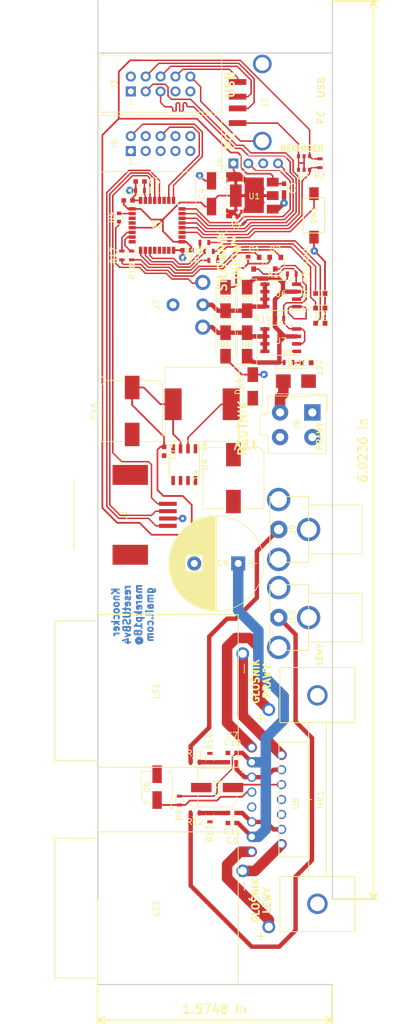
<source format=kicad_pcb>
(kicad_pcb (version 20171130) (host pcbnew "(5.0.0-rc2-dev-311-g1dd4af297)")
  (title_block (title resetUSB) (date 2018-02-14) (rev 1.0) (comment 1 "Projektant: Marek Piotrowski"))
  (layers (0 F.Cu signal) (31 B.Cu signal) (34 B.Paste user) (35 F.Paste user) (36 B.SilkS user) (37 F.SilkS user) (38 B.Mask user) (39 F.Mask user) (44 Edge.Cuts user))
  (net 0 "")
  (net 1 GND)
  (net 2 +5V)
  (net 3 +3V3)
  (net 4 +12V)
  (net 5 "Net-(D1-Pad2)")
  (net 6 "Net-(D2-Pad2)")
  (net 7 "Net-(D6-Pad2)")
  (net 8 /SWDIO)
  (net 9 /USB_P)
  (net 10 /USB_M)
  (net 11 "Net-(Q1-Pad1)")
  (net 12 "Net-(Q1-Pad3)")
  (net 13 "Net-(Q2-Pad3)")
  (net 14 "Net-(Q2-Pad1)")
  (net 15 /USB_PWR)
  (net 16 /SWCLK)
  (net 17 /M_IMP)
  (net 18 /RZUTNIK_VBUS)
  (net 19 /RZUTNIK_DP)
  (net 20 /RZUTNIK_DM)
  (net 21 /PC_PWR)
  (net 22 /PC_LED)
  (net 23 /M_IN1)
  (net 24 /M_IN2)
  (net 25 /LED_RED)
  (net 26 /LED_GREEN)
  (net 27 /LED_BLUE)
  (net 28 /PRZYCISK)
  (net 29 "Net-(C10-Pad2)")
  (net 30 "Net-(C10-Pad1)")
  (net 31 "Net-(LS1-Pad2)")
  (net 32 "Net-(LS1-Pad1)")
  (net 33 "Net-(LS2-Pad1)")
  (net 34 "Net-(LS2-Pad2)")
  (net 35 "Net-(C12-Pad1)")
  (net 36 "Net-(C5-Pad1)")
  (net 37 "Net-(C6-Pad1)")
  (net 38 "Net-(C11-Pad2)")
  (net 39 "Net-(C11-Pad1)")
  (net 40 "Net-(D3-Pad2)")
  (net 41 "Net-(D4-Pad1)")
  (net 42 "Net-(D5-Pad2)")
  (net 43 "Net-(J2-Pad5)")
  (net 44 "Net-(J2-Pad3)")
  (net 45 "Net-(J2-Pad4)")
  (net 46 "Net-(J2-Pad2)")
  (net 47 "Net-(J2-Pad1)")
  (net 48 "Net-(D9-Pad2)")
  (net 49 "Net-(J9-Pad1)")
  (net 50 "Net-(J10-Pad1)")
  (net 51 "Net-(D11-Pad1)")
  (module Capacitors_SMD:CP_Elec_10x10 (layer F.Cu) (at 117.8795 106.8925 270)
    (fp_text reference C16 (at 0 6.46 270) (layer F.SilkS))
    (fp_text value 330u)
    (fp_text user + (at -5.78 4.97 270) (layer F.SilkS))
    (pad 1 smd rect (at -4 0 90) (size 4 2.5) (layers F.Cu F.Paste F.Mask) (net 2 +5V))
    (pad 2 smd rect (at 4 0 90) (size 4 2.5) (layers F.Cu F.Paste F.Mask) (net 1 GND))
  )
  (module Housings_SOIC:SOIC-8_3.9x4.9mm_Pitch1.27mm (layer F.Cu) (at 126.7695 116.0365 270)
    (fp_text reference U4 (at 0 -3.5 270) (layer F.SilkS))
    (fp_text value AP1509-50SG-13)
    (pad 8 smd rect (at 2.7 -1.905 270) (size 1.55 0.6) (layers F.Cu F.Paste F.Mask) (net 1 GND))
    (pad 7 smd rect (at 2.7 -0.635 270) (size 1.55 0.6) (layers F.Cu F.Paste F.Mask) (net 1 GND))
    (pad 6 smd rect (at 2.7 0.635 270) (size 1.55 0.6) (layers F.Cu F.Paste F.Mask) (net 1 GND))
    (pad 5 smd rect (at 2.7 1.905 270) (size 1.55 0.6) (layers F.Cu F.Paste F.Mask) (net 1 GND))
    (pad 4 smd rect (at -2.7 1.905 270) (size 1.55 0.6) (layers F.Cu F.Paste F.Mask) (net 1 GND))
    (pad 3 smd rect (at -2.7 0.635 270) (size 1.55 0.6) (layers F.Cu F.Paste F.Mask) (net 2 +5V))
    (pad 2 smd rect (at -2.7 -0.635 270) (size 1.55 0.6) (layers F.Cu F.Paste F.Mask) (net 51 "Net-(D11-Pad1)"))
    (pad 1 smd rect (at -2.7 -1.905 270) (size 1.55 0.6) (layers F.Cu F.Paste F.Mask) (net 4 +12V))
  )
  (module Inductors_SMD:L_12x12mm_h6mm (layer F.Cu) (at 129.8175 105.7495 180)
    (fp_text reference L2 (at 0 -7.1 180) (layer F.SilkS))
    (fp_text value 47u)
    (pad 2 smd rect (at 4.95 0 180) (size 2.9 5.4) (layers F.Cu F.Paste F.Mask) (net 2 +5V))
    (pad 1 smd rect (at -4.95 0 180) (size 2.9 5.4) (layers F.Cu F.Paste F.Mask) (net 51 "Net-(D11-Pad1)"))
  )
  (module Diodes_SMD:D_SMA (layer F.Cu) (at 138.4535 102.7015 90)
    (fp_text reference D11 (at 0 -2.5 90) (layer F.SilkS))
    (fp_text value SS14)
    (pad 2 smd rect (at 2 0 90) (size 2.5 1.8) (layers F.Cu F.Paste F.Mask) (net 1 GND))
    (pad 1 smd rect (at -2 0 90) (size 2.5 1.8) (layers F.Cu F.Paste F.Mask) (net 51 "Net-(D11-Pad1)"))
  )
  (module Capacitors_SMD:CP_Elec_10x10 (layer F.Cu) (at 135.1515 118.3225 270)
    (fp_text reference C14 (at 0 6.46 270) (layer F.SilkS))
    (fp_text value 330u)
    (fp_text user + (at -5.78 4.97 270) (layer F.SilkS))
    (pad 1 smd rect (at -4 0 90) (size 4 2.5) (layers F.Cu F.Paste F.Mask) (net 4 +12V))
    (pad 2 smd rect (at 4 0 90) (size 4 2.5) (layers F.Cu F.Paste F.Mask) (net 1 GND))
  )
  (module Resistors_SMD:R_0603 (layer F.Cu) (at 130.1985 78.1905 180)
    (fp_text reference R4 (at 0 -1.45 180) (layer F.SilkS))
    (fp_text value 22K)
    (pad 2 smd rect (at 0.75 0 180) (size 0.5 0.9) (layers F.Cu F.Paste F.Mask) (net 25 /LED_RED))
    (pad 1 smd rect (at -0.75 0 180) (size 0.5 0.9) (layers F.Cu F.Paste F.Mask) (net 5 "Net-(D1-Pad2)"))
  )
  (module mpio:FC68391 (layer F.Cu) (at 147.974 127.076 90)
    (fp_text reference J9 (at 0 -2.7385 90) (layer F.SilkS))
    (fp_text value FC68391)
    (pad 2 thru_hole circle (at 0 0 90) (size 4 4) (drill 2.8) (layers *.Cu *.Mask) (net 1 GND))
    (pad 1 thru_hole circle (at 0 -5.1 90) (size 3 3) (drill 1.6) (layers *.Cu *.Mask) (net 49 "Net-(J9-Pad1)"))
    (pad 2 thru_hole circle (at -5.1 -5.1 90) (size 4 4) (drill 2.8) (layers *.Cu *.Mask) (net 1 GND))
    (pad 2 thru_hole circle (at 5.1 -5.1 90) (size 4 4) (drill 2.8) (layers *.Cu *.Mask) (net 1 GND))
  )
  (module Resistors_SMD:R_0603 (layer F.Cu) (at 128.608 175.363)
    (fp_text reference R12 (at 0 1.524) (layer F.SilkS))
    (fp_text value 4K7)
    (pad 2 smd rect (at 0.75 0) (size 0.5 0.9) (layers F.Cu F.Paste F.Mask) (net 39 "Net-(C11-Pad1)"))
    (pad 1 smd rect (at -0.75 0) (size 0.5 0.9) (layers F.Cu F.Paste F.Mask) (net 50 "Net-(J10-Pad1)"))
  )
  (module mpio:SK409_50,8_STS001 (layer F.Cu) (at 149.482 173.084 90)
    (fp_text reference MK1 (at 0 0.5 90) (layer F.SilkS))
    (fp_text value SK409/50,8/STS)
    (pad 0 thru_hole circle (at 17.75 0 90) (size 3.5 3.5) (drill 2.5) (layers *.Cu *.Mask))
    (pad 0 thru_hole circle (at -17.75 0 90) (size 3.5 3.5) (drill 2.5) (layers *.Cu *.Mask))
  )
  (module Capacitors_SMD:CP_Elec_6.3x5.3 (layer F.Cu) (at 132.378 171.0415 180)
    (fp_text reference C12 (at 0 0 270) (layer F.SilkS))
    (fp_text value 47u)
    (fp_text user + (at -4.28 3.01 180) (layer F.SilkS))
    (pad 2 smd rect (at 2.7 0) (size 3.5 1.6) (layers F.Cu F.Paste F.Mask) (net 1 GND))
    (pad 1 smd rect (at -2.7 0) (size 3.5 1.6) (layers F.Cu F.Paste F.Mask) (net 35 "Net-(C12-Pad1)"))
  )
  (module Resistors_SMD:R_0603 (layer F.Cu) (at 131.148 165.965 90)
    (fp_text reference R14 (at 2.794 0 90) (layer F.SilkS))
    (fp_text value 10K)
    (pad 2 smd rect (at 0.75 0 90) (size 0.5 0.9) (layers F.Cu F.Paste F.Mask) (net 1 GND))
    (pad 1 smd rect (at -0.75 0 90) (size 0.5 0.9) (layers F.Cu F.Paste F.Mask) (net 30 "Net-(C10-Pad1)"))
  )
  (module mpio:FC68391 (layer F.Cu) (at 147.974 142.076 90)
    (fp_text reference J10 (at 0 -2.7385 90) (layer F.SilkS))
    (fp_text value FC68391)
    (pad 2 thru_hole circle (at 5.1 -5.1 90) (size 4 4) (drill 2.8) (layers *.Cu *.Mask) (net 1 GND))
    (pad 2 thru_hole circle (at -5.1 -5.1 90) (size 4 4) (drill 2.8) (layers *.Cu *.Mask) (net 1 GND))
    (pad 1 thru_hole circle (at 0 -5.1 90) (size 3 3) (drill 1.6) (layers *.Cu *.Mask) (net 50 "Net-(J10-Pad1)"))
    (pad 2 thru_hole circle (at 0 0 90) (size 4 4) (drill 2.8) (layers *.Cu *.Mask) (net 1 GND))
  )
  (module Capacitors_SMD:CP_Elec_5x5.3 (layer F.Cu) (at 122.134 170.964 90)
    (fp_text reference C6 (at 0 -1.702 90) (layer F.SilkS))
    (fp_text value 10u)
    (fp_text user + (at -3.38 2.34 90) (layer F.SilkS))
    (pad 2 smd rect (at 2.2 0 270) (size 3 1.6) (layers F.Cu F.Paste F.Mask) (net 1 GND))
    (pad 1 smd rect (at -2.2 0 270) (size 3 1.6) (layers F.Cu F.Paste F.Mask) (net 37 "Net-(C6-Pad1)"))
  )
  (module Resistors_SMD:R_0603 (layer F.Cu) (at 131.148 176.125 270)
    (fp_text reference R13 (at 2.794 0 270) (layer F.SilkS))
    (fp_text value 10K)
    (pad 2 smd rect (at 0.75 0 270) (size 0.5 0.9) (layers F.Cu F.Paste F.Mask) (net 1 GND))
    (pad 1 smd rect (at -0.75 0 270) (size 0.5 0.9) (layers F.Cu F.Paste F.Mask) (net 39 "Net-(C11-Pad1)"))
  )
  (module Capacitors_SMD:C_0603 (layer F.Cu) (at 134.958 175.3595)
    (fp_text reference C11 (at 0 3.1715) (layer F.SilkS))
    (fp_text value 0.47u)
    (pad 1 smd rect (at -0.75 0) (size 0.8 0.75) (layers F.Cu F.Paste F.Mask) (net 39 "Net-(C11-Pad1)"))
    (pad 2 smd rect (at 0.75 0) (size 0.8 0.75) (layers F.Cu F.Paste F.Mask) (net 38 "Net-(C11-Pad2)"))
  )
  (module Capacitors_SMD:C_0603 (layer F.Cu) (at 134.946 166.727)
    (fp_text reference C10 (at 0.0695 -3.3055) (layer F.SilkS))
    (fp_text value 0.47u)
    (pad 1 smd rect (at -0.75 0) (size 0.8 0.75) (layers F.Cu F.Paste F.Mask) (net 30 "Net-(C10-Pad1)"))
    (pad 2 smd rect (at 0.75 0) (size 0.8 0.75) (layers F.Cu F.Paste F.Mask) (net 29 "Net-(C10-Pad2)"))
  )
  (module Capacitors_SMD:C_0603 (layer F.Cu) (at 134.958 165.137 180)
    (fp_text reference C7 (at 0 2.9855 180) (layer F.SilkS))
    (fp_text value 100n)
    (pad 1 smd rect (at -0.75 0 180) (size 0.8 0.75) (layers F.Cu F.Paste F.Mask) (net 4 +12V))
    (pad 2 smd rect (at 0.75 0 180) (size 0.8 0.75) (layers F.Cu F.Paste F.Mask) (net 1 GND))
  )
  (module Capacitors_SMD:C_0603 (layer F.Cu) (at 134.958 177.075 180)
    (fp_text reference C8 (at 0 -2.9835 180) (layer F.SilkS))
    (fp_text value 100n)
    (pad 1 smd rect (at -0.75 0 180) (size 0.8 0.75) (layers F.Cu F.Paste F.Mask) (net 4 +12V))
    (pad 2 smd rect (at 0.75 0 180) (size 0.8 0.75) (layers F.Cu F.Paste F.Mask) (net 1 GND))
  )
  (module Resistors_SMD:R_0603 (layer F.Cu) (at 128.608 166.727)
    (fp_text reference R11 (at -0.006 -1.5275) (layer F.SilkS))
    (fp_text value 4K7)
    (pad 2 smd rect (at 0.75 0) (size 0.5 0.9) (layers F.Cu F.Paste F.Mask) (net 30 "Net-(C10-Pad1)"))
    (pad 1 smd rect (at -0.75 0) (size 0.5 0.9) (layers F.Cu F.Paste F.Mask) (net 49 "Net-(J9-Pad1)"))
  )
  (module mpio:MULTIWATT15 (layer F.Cu) (at 147.912 173.079 270)
    (fp_text reference U5 (at 0.7 2.1 270) (layer F.SilkS))
    (fp_text value TDA7375)
    (pad 15 thru_hole circle (at 8.89 9.63 270) (size 1.6 1.6) (drill 1.1) (layers *.Cu *.Mask) (net 33 "Net-(LS2-Pad1)"))
    (pad 13 thru_hole circle (at 6.35 9.63 270) (size 1.6 1.6) (drill 1.1) (layers *.Cu *.Mask) (net 4 +12V))
    (pad 11 thru_hole circle (at 3.81 9.63 270) (size 1.6 1.6) (drill 1.1) (layers *.Cu *.Mask) (net 38 "Net-(C11-Pad2)"))
    (pad 9 thru_hole circle (at 1.27 9.63 270) (size 1.6 1.6) (drill 1.1) (layers *.Cu *.Mask) (net 1 GND))
    (pad 7 thru_hole circle (at -1.27 9.63 270) (size 1.6 1.6) (drill 1.1) (layers *.Cu *.Mask) (net 37 "Net-(C6-Pad1)"))
    (pad 5 thru_hole circle (at -3.81 9.63 270) (size 1.6 1.6) (drill 1.1) (layers *.Cu *.Mask) (net 29 "Net-(C10-Pad2)"))
    (pad 3 thru_hole circle (at -6.35 9.63 270) (size 1.6 1.6) (drill 1.1) (layers *.Cu *.Mask) (net 4 +12V))
    (pad 1 thru_hole circle (at -8.89 9.63 270) (size 1.6 1.6) (drill 1.1) (layers *.Cu *.Mask) (net 32 "Net-(LS1-Pad1)"))
    (pad 14 thru_hole circle (at 7.62 4.55 270) (size 1.6 1.6) (drill 1.1) (layers *.Cu *.Mask) (net 34 "Net-(LS2-Pad2)"))
    (pad 12 thru_hole circle (at 5.08 4.55 270) (size 1.6 1.6) (drill 1.1) (layers *.Cu *.Mask) (net 38 "Net-(C11-Pad2)"))
    (pad 10 thru_hole circle (at 2.54 4.55 270) (size 1.6 1.6) (drill 1.1) (layers *.Cu *.Mask))
    (pad 2 thru_hole circle (at -7.62 4.55 270) (size 1.6 1.6) (drill 1.1) (layers *.Cu *.Mask) (net 31 "Net-(LS1-Pad2)"))
    (pad 4 thru_hole circle (at -5.08 4.55 270) (size 1.6 1.6) (drill 1.1) (layers *.Cu *.Mask) (net 29 "Net-(C10-Pad2)"))
    (pad 6 thru_hole circle (at -2.54 4.55 270) (size 1.6 1.6) (drill 1.1) (layers *.Cu *.Mask) (net 35 "Net-(C12-Pad1)"))
    (pad 8 thru_hole circle (at 0 4.55 270) (size 1.6 1.6) (drill 1.1) (layers *.Cu *.Mask) (net 1 GND))
  )
  (module Resistors_SMD:R_0603 (layer F.Cu) (at 125.944 173.25 270)
    (fp_text reference R9 (at 2.5065 0.0395 270) (layer F.SilkS))
    (fp_text value 47K)
    (pad 2 smd rect (at 0.75 0 270) (size 0.5 0.9) (layers F.Cu F.Paste F.Mask) (net 37 "Net-(C6-Pad1)"))
    (pad 1 smd rect (at -0.75 0 270) (size 0.5 0.9) (layers F.Cu F.Paste F.Mask) (net 4 +12V))
  )
  (module mpio:USB-B_SMD (layer F.Cu) (at 116.974 124.584 270)
    (fp_text reference J1 (at 0 0.5 270) (layer F.SilkS))
    (fp_text value USBB-G-SMD)
    (pad 1 smd rect (at 1.875 -7 270) (size 0.7 3) (layers F.Cu F.Paste F.Mask) (net 18 /RZUTNIK_VBUS))
    (pad 3 smd rect (at -1.875 -7 270) (size 0.7 3) (layers F.Cu F.Paste F.Mask) (net 19 /RZUTNIK_DP))
    (pad 4 smd rect (at 0.625 -7 270) (size 0.7 3) (layers F.Cu F.Paste F.Mask) (net 1 GND))
    (pad 2 smd rect (at -0.625 -7 270) (size 0.7 3) (layers F.Cu F.Paste F.Mask) (net 20 /RZUTNIK_DM))
    (pad 5 smd rect (at 6.8 0 270) (size 3.4 6.04) (drill (offset 0 -0.58)) (layers F.Cu F.Paste F.Mask) (net 1 GND))
    (pad 5 smd rect (at -6.8 0 270) (size 3.4 6.04) (drill (offset 0 -0.58)) (layers F.Cu F.Paste F.Mask) (net 1 GND))
    (pad "" np_thru_hole circle (at 2.75 0 270) (size 1.4 1.4) (drill 1.4) (layers *.Cu *.Mask))
    (pad "" np_thru_hole circle (at -2.75 0 270) (size 1.4 1.4) (drill 1.4) (layers *.Cu *.Mask))
  )
  (module Capacitors_THT:CP_Radial_D16.0mm_P7.50mm (layer F.Cu) (at 135.974 132.864 180)
    (fp_text reference C9 (at 2.664 0) (layer F.SilkS))
    (fp_text value 4700u)
    (pad 2 thru_hole circle (at 7.5 0 180) (size 2.4 2.4) (drill 1.2) (layers *.Cu *.Mask) (net 1 GND))
    (pad 1 thru_hole rect (at 0 0 180) (size 2.4 2.4) (drill 1.2) (layers *.Cu *.Mask) (net 4 +12V))
  )
  (module mpio:NLJ2MD-H (layer F.Cu) (at 111.974 154.584 270)
    (fp_text reference LS1 (at 0 -10 270) (layer F.SilkS))
    (fp_text value NLJ2MD-H)
    (fp_text user + (at 4.696 -27.686 270) (layer F.SilkS) (effects (font (size 2 2))))
    (fp_text user - (at -3.81 -24.892 270) (layer F.SilkS) (effects (font (size 2 2))))
    (pad 2 thru_hole circle (at -6.35 -24.77 270) (size 2.2 2.2) (drill 1.4) (layers *.Cu *.Mask) (net 31 "Net-(LS1-Pad2)"))
    (pad 1 thru_hole circle (at 3.18 -29.21 270) (size 2.2 2.2) (drill 1.4) (layers *.Cu *.Mask) (net 32 "Net-(LS1-Pad1)"))
  )
  (module mpio:NLJ2MD-H (layer F.Cu) (at 111.974 191.584 270)
    (fp_text reference LS2 (at 0 -10 270) (layer F.SilkS))
    (fp_text value NLJ2MD-H)
    (fp_text user + (at 4.78 -27.686 270) (layer F.SilkS) (effects (font (size 2 2))))
    (fp_text user - (at -3.81 -24.892 270) (layer F.SilkS) (effects (font (size 2 2))))
    (pad 2 thru_hole circle (at -6.35 -24.77 270) (size 2.2 2.2) (drill 1.4) (layers *.Cu *.Mask) (net 34 "Net-(LS2-Pad2)"))
    (pad 1 thru_hole circle (at 3.18 -29.21 270) (size 2.2 2.2) (drill 1.4) (layers *.Cu *.Mask) (net 33 "Net-(LS2-Pad1)"))
  )
  (module mpio:Molex_MiniFit-JR-5556-04A_2x02x4.20mm_Straight (layer F.Cu) (at 148.6135 107.1465 270)
    (fp_text reference J8 (at 2.1 2.654 270) (layer F.SilkS))
    (fp_text value "Mini-Fit Jr; 4,2mm")
    (pad 4 thru_hole circle (at 4.2 5.5 270) (size 2.8 2.8) (drill 1.4) (layers *.Cu *.Mask) (net 4 +12V))
    (pad 3 thru_hole circle (at 0 5.5 270) (size 2.8 2.8) (drill 1.4) (layers *.Cu *.Mask) (net 4 +12V))
    (pad 2 thru_hole circle (at 4.2 0 270) (size 2.8 2.8) (drill 1.4) (layers *.Cu *.Mask) (net 1 GND))
    (pad 1 thru_hole rect (at 0 0 270) (size 2.8 2.8) (drill 1.4) (layers *.Cu *.Mask) (net 1 GND))
  )
  (module Diodes_SMD:D_SMA (layer F.Cu) (at 133.813 87.8112 90)
    (fp_text reference D7 (at -0.0948 -0.0585 180) (layer F.SilkS))
    (fp_text value US1D)
    (pad 2 smd rect (at 2 0 90) (size 2.5 1.8) (layers F.Cu F.Paste F.Mask) (net 1 GND))
    (pad 1 smd rect (at -2 0 90) (size 2.5 1.8) (layers F.Cu F.Paste F.Mask) (net 42 "Net-(D5-Pad2)"))
  )
  (module Diodes_SMD:D_SMA (layer F.Cu) (at 137.496 87.8112 270)
    (fp_text reference D5 (at 0 -0.0685) (layer F.SilkS))
    (fp_text value US1D)
    (pad 2 smd rect (at 2 0 270) (size 2.5 1.8) (layers F.Cu F.Paste F.Mask) (net 42 "Net-(D5-Pad2)"))
    (pad 1 smd rect (at -2 0 270) (size 2.5 1.8) (layers F.Cu F.Paste F.Mask) (net 4 +12V))
  )
  (module Diodes_SMD:D_SMA (layer F.Cu) (at 133.813 95.5582 270)
    (fp_text reference D8 (at 0.0313 -3.688) (layer F.SilkS))
    (fp_text value US1D)
    (pad 2 smd rect (at 2 0 270) (size 2.5 1.8) (layers F.Cu F.Paste F.Mask) (net 1 GND))
    (pad 1 smd rect (at -2 0 270) (size 2.5 1.8) (layers F.Cu F.Paste F.Mask) (net 7 "Net-(D6-Pad2)"))
  )
  (module TO_SOT_Packages_SMD:SOT-23 (layer F.Cu) (at 138.6035 81.717 270)
    (fp_text reference Q1 (at -2.3835 -0.104) (layer F.SilkS))
    (fp_text value BC817)
    (pad 3 smd rect (at 1 0 270) (size 0.9 0.8) (layers F.Cu F.Paste F.Mask) (net 12 "Net-(Q1-Pad3)"))
    (pad 2 smd rect (at -1 0.95 270) (size 0.9 0.8) (layers F.Cu F.Paste F.Mask) (net 1 GND))
    (pad 1 smd rect (at -1 -0.95 270) (size 0.9 0.8) (layers F.Cu F.Paste F.Mask) (net 11 "Net-(Q1-Pad1)"))
  )
  (module TO_SOT_Packages_SMD:SOT-23 (layer F.Cu) (at 142.2865 81.717 270)
    (fp_text reference Q2 (at -2.3835 0.023) (layer F.SilkS))
    (fp_text value BC817)
    (pad 3 smd rect (at 1 0 270) (size 0.9 0.8) (layers F.Cu F.Paste F.Mask) (net 13 "Net-(Q2-Pad3)"))
    (pad 2 smd rect (at -1 0.95 270) (size 0.9 0.8) (layers F.Cu F.Paste F.Mask) (net 1 GND))
    (pad 1 smd rect (at -1 -0.95 270) (size 0.9 0.8) (layers F.Cu F.Paste F.Mask) (net 14 "Net-(Q2-Pad1)"))
  )
  (module Diodes_SMD:D_SMA (layer F.Cu) (at 137.496 95.5582 90)
    (fp_text reference D6 (at 0 -3.678 180) (layer F.SilkS))
    (fp_text value US1D)
    (pad 2 smd rect (at 2 0 90) (size 2.5 1.8) (layers F.Cu F.Paste F.Mask) (net 7 "Net-(D6-Pad2)"))
    (pad 1 smd rect (at -2 0 90) (size 2.5 1.8) (layers F.Cu F.Paste F.Mask) (net 4 +12V))
  )
  (module mpio:SOIC-8_3.9x4.9mm_Pitch1.27mm (layer F.Cu) (at 143.2237 87.2096 180)
    (fp_text reference U6 (at 0 0.2621 180) (layer F.SilkS))
    (fp_text value AO4616)
    (pad 8 smd rect (at 2.7 -1.905 180) (size 1.55 0.6) (layers F.Cu F.Paste F.Mask) (net 42 "Net-(D5-Pad2)"))
    (pad 7 smd rect (at 2.7 -0.635 180) (size 1.55 0.6) (layers F.Cu F.Paste F.Mask) (net 42 "Net-(D5-Pad2)"))
    (pad 6 smd rect (at 2.7 0.635 180) (size 1.55 0.6) (layers F.Cu F.Paste F.Mask) (net 42 "Net-(D5-Pad2)"))
    (pad 5 smd rect (at 2.7 1.905 180) (size 1.55 0.6) (layers F.Cu F.Paste F.Mask) (net 42 "Net-(D5-Pad2)"))
    (pad 4 smd rect (at -2.7 1.905 180) (size 1.55 0.6) (layers F.Cu F.Paste F.Mask) (net 12 "Net-(Q1-Pad3)"))
    (pad 3 smd rect (at -2.7 0.635 180) (size 1.55 0.6) (layers F.Cu F.Paste F.Mask) (net 4 +12V))
    (pad 2 smd rect (at -2.7 -0.635 180) (size 1.55 0.6) (layers F.Cu F.Paste F.Mask) (net 12 "Net-(Q1-Pad3)"))
    (pad 1 smd rect (at -2.7 -1.905 180) (size 1.55 0.6) (layers F.Cu F.Paste F.Mask) (net 1 GND))
  )
  (module mpio:SOIC-8_3.9x4.9mm_Pitch1.27mm (layer F.Cu) (at 143.2237 94.8296 180)
    (fp_text reference U7 (at 0 -0.1179 180) (layer F.SilkS))
    (fp_text value AO4616)
    (pad 8 smd rect (at 2.7 -1.905 180) (size 1.55 0.6) (layers F.Cu F.Paste F.Mask) (net 7 "Net-(D6-Pad2)"))
    (pad 7 smd rect (at 2.7 -0.635 180) (size 1.55 0.6) (layers F.Cu F.Paste F.Mask) (net 7 "Net-(D6-Pad2)"))
    (pad 6 smd rect (at 2.7 0.635 180) (size 1.55 0.6) (layers F.Cu F.Paste F.Mask) (net 7 "Net-(D6-Pad2)"))
    (pad 5 smd rect (at 2.7 1.905 180) (size 1.55 0.6) (layers F.Cu F.Paste F.Mask) (net 7 "Net-(D6-Pad2)"))
    (pad 4 smd rect (at -2.7 1.905 180) (size 1.55 0.6) (layers F.Cu F.Paste F.Mask) (net 13 "Net-(Q2-Pad3)"))
    (pad 3 smd rect (at -2.7 0.635 180) (size 1.55 0.6) (layers F.Cu F.Paste F.Mask) (net 4 +12V))
    (pad 2 smd rect (at -2.7 -0.635 180) (size 1.55 0.6) (layers F.Cu F.Paste F.Mask) (net 13 "Net-(Q2-Pad3)"))
    (pad 1 smd rect (at -2.7 -1.905 180) (size 1.55 0.6) (layers F.Cu F.Paste F.Mask) (net 1 GND))
  )
  (module Resistors_SMD:R_0603 (layer F.Cu) (at 142.986 91.1445 180)
    (fp_text reference R16 (at 2.7545 0 180) (layer F.SilkS))
    (fp_text value 10K)
    (pad 2 smd rect (at 0.75 0 180) (size 0.5 0.9) (layers F.Cu F.Paste F.Mask) (net 4 +12V))
    (pad 1 smd rect (at -0.75 0 180) (size 0.5 0.9) (layers F.Cu F.Paste F.Mask) (net 13 "Net-(Q2-Pad3)"))
  )
  (module Resistors_SMD:R_0603 (layer F.Cu) (at 145.1083 83.5753 180)
    (fp_text reference R15 (at 2.7178 -0.0762 180) (layer F.SilkS))
    (fp_text value 10K)
    (pad 2 smd rect (at 0.75 0 180) (size 0.5 0.9) (layers F.Cu F.Paste F.Mask) (net 4 +12V))
    (pad 1 smd rect (at -0.75 0 180) (size 0.5 0.9) (layers F.Cu F.Paste F.Mask) (net 12 "Net-(Q1-Pad3)"))
  )
  (module LEDs:LED_0603 (layer F.Cu) (at 147.5975 98.679 180)
    (fp_text reference D9 hide)
    (fp_text value RED)
    (pad 1 smd rect (at -0.8 0) (size 0.8 0.8) (layers F.Cu F.Paste F.Mask) (net 1 GND))
    (pad 2 smd rect (at 0.8 0) (size 0.8 0.8) (layers F.Cu F.Paste F.Mask) (net 48 "Net-(D9-Pad2)"))
  )
  (module Resistors_SMD:R_0603 (layer F.Cu) (at 144.5495 98.6375)
    (fp_text reference R5 (at -0.0395 -1.6045) (layer F.SilkS))
    (fp_text value 100K)
    (pad 2 smd rect (at 0.75 0) (size 0.5 0.9) (layers F.Cu F.Paste F.Mask) (net 48 "Net-(D9-Pad2)"))
    (pad 1 smd rect (at -0.75 0) (size 0.5 0.9) (layers F.Cu F.Paste F.Mask) (net 4 +12V))
  )
  (module Resistors_SMD:R_0603 (layer F.Cu) (at 130.9605 79.7145 180)
    (fp_text reference R10 (at 2.8448 -0.0762 180) (layer F.SilkS))
    (fp_text value 33K)
    (pad 2 smd rect (at 0.75 0 180) (size 0.5 0.9) (layers F.Cu F.Paste F.Mask) (net 27 /LED_BLUE))
    (pad 1 smd rect (at -0.75 0 180) (size 0.5 0.9) (layers F.Cu F.Paste F.Mask) (net 40 "Net-(D3-Pad2)"))
  )
  (module mpio:AC3MAH-AU-PRE (layer F.Cu) (at 121.0375 88.8055 90)
    (fp_text reference J7 (at 0 1 90) (layer F.SilkS))
    (fp_text value AC3MAH-AU-PRE)
    (pad "" np_thru_hole circle (at -3.81 -5.08 90) (size 1.6 1.6) (drill 1.6) (layers *.Cu *.Mask))
    (pad "" np_thru_hole circle (at 3.81 0 90) (size 1.6 1.6) (drill 1.6) (layers *.Cu *.Mask))
    (pad 4 thru_hole circle (at 0 3.81 90) (size 2.2 2.2) (drill 1.2) (layers *.Cu *.Mask))
    (pad 3 thru_hole circle (at 0 8.89 90) (size 2.2 2.2) (drill 1.2) (layers *.Cu *.Mask) (net 42 "Net-(D5-Pad2)"))
    (pad 2 thru_hole circle (at -3.81 8.89 90) (size 2.6 2.6) (drill 1.6) (layers *.Cu *.Mask) (net 7 "Net-(D6-Pad2)"))
    (pad 1 thru_hole circle (at 3.81 8.89 90) (size 2.6 2.6) (drill 1.6) (layers *.Cu *.Mask) (net 41 "Net-(D4-Pad1)"))
  )
  (module Housings_QFP:LQFP-32_7x7mm_Pitch0.8mm (layer F.Cu) (at 122.130272 75.273643)
    (fp_text reference U2 (at 0 -0.004143) (layer F.SilkS))
    (fp_text value STM32F042K6Tx)
    (pad 32 smd rect (at -2.8 -4.25 90) (size 1.2 0.6) (layers F.Cu F.Paste F.Mask) (net 1 GND))
    (pad 31 smd rect (at -2 -4.25 90) (size 1.2 0.6) (layers F.Cu F.Paste F.Mask) (net 36 "Net-(C5-Pad1)"))
    (pad 30 smd rect (at -1.2 -4.25 90) (size 1.2 0.6) (layers F.Cu F.Paste F.Mask) (net 19 /RZUTNIK_DP))
    (pad 29 smd rect (at -0.4 -4.25 90) (size 1.2 0.6) (layers F.Cu F.Paste F.Mask) (net 20 /RZUTNIK_DM))
    (pad 28 smd rect (at 0.4 -4.25 90) (size 1.2 0.6) (layers F.Cu F.Paste F.Mask) (net 18 /RZUTNIK_VBUS))
    (pad 27 smd rect (at 1.2 -4.25 90) (size 1.2 0.6) (layers F.Cu F.Paste F.Mask))
    (pad 26 smd rect (at 2 -4.25 90) (size 1.2 0.6) (layers F.Cu F.Paste F.Mask) (net 21 /PC_PWR))
    (pad 25 smd rect (at 2.8 -4.25 90) (size 1.2 0.6) (layers F.Cu F.Paste F.Mask) (net 22 /PC_LED))
    (pad 24 smd rect (at 4.25 -2.8) (size 1.2 0.6) (layers F.Cu F.Paste F.Mask) (net 16 /SWCLK))
    (pad 23 smd rect (at 4.25 -2) (size 1.2 0.6) (layers F.Cu F.Paste F.Mask) (net 8 /SWDIO))
    (pad 22 smd rect (at 4.25 -1.2) (size 1.2 0.6) (layers F.Cu F.Paste F.Mask) (net 9 /USB_P))
    (pad 21 smd rect (at 4.25 -0.4) (size 1.2 0.6) (layers F.Cu F.Paste F.Mask) (net 10 /USB_M))
    (pad 20 smd rect (at 4.25 0.4) (size 1.2 0.6) (layers F.Cu F.Paste F.Mask) (net 15 /USB_PWR))
    (pad 19 smd rect (at 4.25 1.2) (size 1.2 0.6) (layers F.Cu F.Paste F.Mask) (net 28 /PRZYCISK))
    (pad 18 smd rect (at 4.25 2) (size 1.2 0.6) (layers F.Cu F.Paste F.Mask))
    (pad 17 smd rect (at 4.25 2.8) (size 1.2 0.6) (layers F.Cu F.Paste F.Mask) (net 3 +3V3))
    (pad 16 smd rect (at 2.8 4.25 90) (size 1.2 0.6) (layers F.Cu F.Paste F.Mask) (net 1 GND))
    (pad 15 smd rect (at 2 4.25 90) (size 1.2 0.6) (layers F.Cu F.Paste F.Mask))
    (pad 14 smd rect (at 1.2 4.25 90) (size 1.2 0.6) (layers F.Cu F.Paste F.Mask))
    (pad 13 smd rect (at 0.4 4.25 90) (size 1.2 0.6) (layers F.Cu F.Paste F.Mask))
    (pad 12 smd rect (at -0.4 4.25 90) (size 1.2 0.6) (layers F.Cu F.Paste F.Mask))
    (pad 11 smd rect (at -1.2 4.25 90) (size 1.2 0.6) (layers F.Cu F.Paste F.Mask) (net 25 /LED_RED))
    (pad 10 smd rect (at -2 4.25 90) (size 1.2 0.6) (layers F.Cu F.Paste F.Mask) (net 27 /LED_BLUE))
    (pad 9 smd rect (at -2.8 4.25 90) (size 1.2 0.6) (layers F.Cu F.Paste F.Mask) (net 26 /LED_GREEN))
    (pad 8 smd rect (at -4.25 2.8) (size 1.2 0.6) (layers F.Cu F.Paste F.Mask))
    (pad 7 smd rect (at -4.25 2) (size 1.2 0.6) (layers F.Cu F.Paste F.Mask) (net 24 /M_IN2))
    (pad 6 smd rect (at -4.25 1.2) (size 1.2 0.6) (layers F.Cu F.Paste F.Mask) (net 23 /M_IN1))
    (pad 5 smd rect (at -4.25 0.4) (size 1.2 0.6) (layers F.Cu F.Paste F.Mask) (net 3 +3V3))
    (pad 4 smd rect (at -4.25 -0.4) (size 1.2 0.6) (layers F.Cu F.Paste F.Mask))
    (pad 3 smd rect (at -4.25 -1.2) (size 1.2 0.6) (layers F.Cu F.Paste F.Mask))
    (pad 2 smd rect (at -4.25 -2) (size 1.2 0.6) (layers F.Cu F.Paste F.Mask) (net 17 /M_IMP))
    (pad 1 smd rect (at -4.25 -2.8) (size 1.2 0.6) (layers F.Cu F.Paste F.Mask) (net 3 +3V3))
  )
  (module Resistors_SMD:R_0603 (layer F.Cu) (at 119.225376 69.325202)
    (fp_text reference R1 (at 2.464124 -0.024702) (layer F.SilkS))
    (fp_text value 100K)
    (pad 2 smd rect (at 0.75 0) (size 0.5 0.9) (layers F.Cu F.Paste F.Mask) (net 36 "Net-(C5-Pad1)"))
    (pad 1 smd rect (at -0.75 0) (size 0.5 0.9) (layers F.Cu F.Paste F.Mask) (net 1 GND))
  )
  (module Capacitors_SMD:C_0603 (layer F.Cu) (at 119.237376 67.801202 180)
    (fp_text reference C5 (at -2.452124 0.024702 180) (layer F.SilkS))
    (fp_text value 100n)
    (pad 1 smd rect (at -0.75 0 180) (size 0.8 0.75) (layers F.Cu F.Paste F.Mask) (net 36 "Net-(C5-Pad1)"))
    (pad 2 smd rect (at 0.75 0 180) (size 0.8 0.75) (layers F.Cu F.Paste F.Mask) (net 1 GND))
  )
  (module mpio:USB-A_SMD (layer F.Cu) (at 140.081 54.356 90)
    (fp_text reference J2 (at 0 0.5 90) (layer F.SilkS))
    (fp_text value TUEA4F2SOBHT)
    (pad 1 smd rect (at -3.5 -4.21 90) (size 1 3) (layers F.Cu F.Paste F.Mask) (net 47 "Net-(J2-Pad1)"))
    (pad 2 smd rect (at -1 -4.21 90) (size 1 3) (layers F.Cu F.Paste F.Mask) (net 46 "Net-(J2-Pad2)"))
    (pad 4 smd rect (at 3.5 -4.21 90) (size 1 3) (layers F.Cu F.Paste F.Mask) (net 45 "Net-(J2-Pad4)"))
    (pad 3 smd rect (at 1 -4.21 90) (size 1 3) (layers F.Cu F.Paste F.Mask) (net 44 "Net-(J2-Pad3)"))
    (pad 5 thru_hole circle (at 6.57 0 90) (size 3.2 3.2) (drill 2.3) (layers *.Cu *.Mask) (net 43 "Net-(J2-Pad5)"))
    (pad 5 thru_hole circle (at -6.57 0 90) (size 3.2 3.2) (drill 2.3) (layers *.Cu *.Mask) (net 43 "Net-(J2-Pad5)"))
  )
  (module Capacitors_SMD:C_0603 (layer F.Cu) (at 143.786359 68.940041 270)
    (fp_text reference C3 (at 0 -1.5 270) (layer F.SilkS))
    (fp_text value 100n)
    (pad 1 smd rect (at -0.75 0 270) (size 0.8 0.75) (layers F.Cu F.Paste F.Mask) (net 2 +5V))
    (pad 2 smd rect (at 0.75 0 270) (size 0.8 0.75) (layers F.Cu F.Paste F.Mask) (net 1 GND))
  )
  (module Capacitors_SMD:CP_Elec_5x5.3 (layer F.Cu) (at 131.4183 69.8751 90)
    (fp_text reference C4 (at 0 -1.6008 90) (layer F.SilkS))
    (fp_text value 10u)
    (fp_text user + (at -3.38 2.34 90) (layer F.SilkS))
    (pad 2 smd rect (at 2.2 0 270) (size 3 1.6) (layers F.Cu F.Paste F.Mask) (net 1 GND))
    (pad 1 smd rect (at -2.2 0 270) (size 3 1.6) (layers F.Cu F.Paste F.Mask) (net 3 +3V3))
  )
  (module TO_SOT_Packages_SMD:SOT-223-3_TabPin2 (layer F.Cu) (at 138.706359 70.210041 180)
    (fp_text reference U1 (at 0 -0.106459 180) (layer F.SilkS))
    (fp_text value LD1117S33TR)
    (pad 1 smd rect (at -3.15 -2.3 180) (size 2 1.5) (layers F.Cu F.Paste F.Mask) (net 1 GND))
    (pad 3 smd rect (at -3.15 2.3 180) (size 2 1.5) (layers F.Cu F.Paste F.Mask) (net 2 +5V))
    (pad 2 smd rect (at -3.15 0 180) (size 2 1.5) (layers F.Cu F.Paste F.Mask) (net 3 +3V3))
    (pad 2 smd rect (at 3.15 0 180) (size 2 3.8) (layers F.Cu F.Paste F.Mask) (net 3 +3V3))
  )
  (module mpio:SW_3x6_1,6x7,4 (layer F.Cu) (at 148.8935 73.5835 90)
    (fp_text reference SW1 (at 0 0 90) (layer F.SilkS))
    (fp_text value "TACTM-34N-F " hide)
    (pad 2 smd rect (at 3.7 0 90) (size 2.18 1.6) (layers F.Cu F.Paste F.Mask) (net 28 /PRZYCISK))
    (pad 1 smd rect (at -3.7 0 90) (size 2.18 1.6) (layers F.Cu F.Paste F.Mask) (net 1 GND))
  )
  (module Resistors_SMD:R_0603 (layer F.Cu) (at 136.4475 74.3455 135)
    (fp_text reference R3 (at 0 -1.45 135) (layer F.SilkS))
    (fp_text value 100K)
    (pad 2 smd rect (at 0.75 0 135) (size 0.5 0.9) (layers F.Cu F.Paste F.Mask) (net 3 +3V3))
    (pad 1 smd rect (at -0.75 0 135) (size 0.5 0.9) (layers F.Cu F.Paste F.Mask) (net 8 /SWDIO))
  )
  (module Diodes_SMD:D_SOD-523 (layer F.Cu) (at 115.6335 73.9235 90)
    (fp_text reference D4 (at 0 -1.3 90) (layer F.SilkS))
    (fp_text value 1PS79SB70)
    (pad 1 smd rect (at -0.7 0 270) (size 0.6 0.7) (layers F.Cu F.Paste F.Mask) (net 41 "Net-(D4-Pad1)"))
    (pad 2 smd rect (at 0.7 0 270) (size 0.6 0.7) (layers F.Cu F.Paste F.Mask) (net 17 /M_IMP))
  )
  (module LEDs:LED_0603 (layer F.Cu) (at 149.971 91.953 180)
    (fp_text reference D1 hide)
    (fp_text value RED)
    (pad 1 smd rect (at -0.8 0) (size 0.8 0.8) (layers F.Cu F.Paste F.Mask) (net 1 GND))
    (pad 2 smd rect (at 0.8 0) (size 0.8 0.8) (layers F.Cu F.Paste F.Mask) (net 5 "Net-(D1-Pad2)"))
  )
  (module LEDs:LED_0603 (layer F.Cu) (at 149.971 86.873 180)
    (fp_text reference D3 hide)
    (fp_text value BLUE)
    (pad 1 smd rect (at -0.8 0) (size 0.8 0.8) (layers F.Cu F.Paste F.Mask) (net 1 GND))
    (pad 2 smd rect (at 0.8 0) (size 0.8 0.8) (layers F.Cu F.Paste F.Mask) (net 40 "Net-(D3-Pad2)"))
  )
  (module Resistors_SMD:R_0603 (layer F.Cu) (at 149.9095 64.6935 270)
    (fp_text reference R2 (at 2.067 0.026) (layer F.SilkS))
    (fp_text value 100K)
    (pad 2 smd rect (at 0.75 0 270) (size 0.5 0.9) (layers F.Cu F.Paste F.Mask) (net 15 /USB_PWR))
    (pad 1 smd rect (at -0.75 0 270) (size 0.5 0.9) (layers F.Cu F.Paste F.Mask) (net 2 +5V))
  )
  (module mpio:IDC10 (layer F.Cu) (at 117.6515 52.4615)
    (fp_text reference J3 (at -2.82 -1.195 90) (layer F.SilkS))
    (fp_text value Conn_02x05)
    (fp_text user 1 (at 0.02 1.72) (layer F.SilkS) (effects (font (thickness 0.12))))
    (pad 10 thru_hole oval (at 10.16 -2.54) (size 1.7272 1.7272) (drill 1.016) (layers *.Cu *.Mask) (net 43 "Net-(J2-Pad5)"))
    (pad 9 thru_hole oval (at 10.16 0) (size 1.7272 1.7272) (drill 1.016) (layers *.Cu *.Mask))
    (pad 8 thru_hole oval (at 7.62 -2.54) (size 1.7272 1.7272) (drill 1.016) (layers *.Cu *.Mask) (net 45 "Net-(J2-Pad4)"))
    (pad 7 thru_hole oval (at 7.62 0) (size 1.7272 1.7272) (drill 1.016) (layers *.Cu *.Mask) (net 1 GND))
    (pad 6 thru_hole oval (at 5.08 -2.54) (size 1.7272 1.7272) (drill 1.016) (layers *.Cu *.Mask) (net 44 "Net-(J2-Pad3)"))
    (pad 5 thru_hole oval (at 5.08 0) (size 1.7272 1.7272) (drill 1.016) (layers *.Cu *.Mask) (net 9 /USB_P))
    (pad 4 thru_hole oval (at 2.54 -2.54) (size 1.7272 1.7272) (drill 1.016) (layers *.Cu *.Mask) (net 46 "Net-(J2-Pad2)"))
    (pad 3 thru_hole oval (at 2.54 0) (size 1.7272 1.7272) (drill 1.016) (layers *.Cu *.Mask) (net 10 /USB_M))
    (pad 2 thru_hole oval (at 0 -2.54) (size 1.7272 1.7272) (drill 1.016) (layers *.Cu *.Mask))
    (pad 1 thru_hole rect (at 0 0) (size 1.7272 1.7272) (drill 1.016) (layers *.Cu *.Mask))
  )
  (module mpio:IDC10 (layer F.Cu) (at 117.6515 62.6215)
    (fp_text reference J6 (at -2.82 -1.195 90) (layer F.SilkS))
    (fp_text value Conn_02x05)
    (fp_text user 1 (at 0.02 1.72) (layer F.SilkS) (effects (font (thickness 0.12))))
    (pad 10 thru_hole oval (at 10.16 -2.54) (size 1.7272 1.7272) (drill 1.016) (layers *.Cu *.Mask))
    (pad 9 thru_hole oval (at 10.16 0) (size 1.7272 1.7272) (drill 1.016) (layers *.Cu *.Mask))
    (pad 8 thru_hole oval (at 7.62 -2.54) (size 1.7272 1.7272) (drill 1.016) (layers *.Cu *.Mask))
    (pad 7 thru_hole oval (at 7.62 0) (size 1.7272 1.7272) (drill 1.016) (layers *.Cu *.Mask))
    (pad 6 thru_hole oval (at 5.08 -2.54) (size 1.7272 1.7272) (drill 1.016) (layers *.Cu *.Mask) (net 21 /PC_PWR))
    (pad 5 thru_hole oval (at 5.08 0) (size 1.7272 1.7272) (drill 1.016) (layers *.Cu *.Mask))
    (pad 4 thru_hole oval (at 2.54 -2.54) (size 1.7272 1.7272) (drill 1.016) (layers *.Cu *.Mask))
    (pad 3 thru_hole oval (at 2.54 0) (size 1.7272 1.7272) (drill 1.016) (layers *.Cu *.Mask))
    (pad 2 thru_hole oval (at 0 -2.54) (size 1.7272 1.7272) (drill 1.016) (layers *.Cu *.Mask) (net 22 /PC_LED))
    (pad 1 thru_hole rect (at 0 0) (size 1.7272 1.7272) (drill 1.016) (layers *.Cu *.Mask))
  )
  (module mpio:TSOP-6_1.65x3.05mm_Pitch0.95mm (layer F.Cu) (at 147.2044 64.6568 90)
    (fp_text reference U3 (at -2.3577 -0.1149 180) (layer F.SilkS))
    (fp_text value IRLTS2242)
    (pad 6 smd rect (at 1.16 -0.95 90) (size 0.7 0.51) (layers F.Cu F.Paste F.Mask) (net 47 "Net-(J2-Pad1)"))
    (pad 5 smd rect (at 1.16 0 90) (size 0.7 0.51) (layers F.Cu F.Paste F.Mask) (net 47 "Net-(J2-Pad1)"))
    (pad 4 smd rect (at 1.16 0.95 90) (size 0.7 0.51) (layers F.Cu F.Paste F.Mask) (net 2 +5V))
    (pad 3 smd rect (at -1.16 0.95 90) (size 0.7 0.51) (layers F.Cu F.Paste F.Mask) (net 15 /USB_PWR))
    (pad 2 smd rect (at -1.16 0 90) (size 0.7 0.51) (layers F.Cu F.Paste F.Mask) (net 47 "Net-(J2-Pad1)"))
    (pad 1 smd rect (at -1.16 -0.95 90) (size 0.7 0.51) (layers F.Cu F.Paste F.Mask) (net 47 "Net-(J2-Pad1)"))
  )
  (module Resistors_SMD:R_0603 (layer F.Cu) (at 131.7225 81.2385 180)
    (fp_text reference R7 (at 2.3368 -0.0562 180) (layer F.SilkS))
    (fp_text value 6K8)
    (pad 2 smd rect (at 0.75 0 180) (size 0.5 0.9) (layers F.Cu F.Paste F.Mask) (net 26 /LED_GREEN))
    (pad 1 smd rect (at -0.75 0 180) (size 0.5 0.9) (layers F.Cu F.Paste F.Mask) (net 6 "Net-(D2-Pad2)"))
  )
  (module Resistors_SMD:R_0603 (layer F.Cu) (at 117.8033 80.4003 90)
    (fp_text reference R18 (at -2.7432 0.0762 90) (layer F.SilkS))
    (fp_text value 10K)
    (pad 2 smd rect (at 0.75 0 90) (size 0.5 0.9) (layers F.Cu F.Paste F.Mask) (net 24 /M_IN2))
    (pad 1 smd rect (at -0.75 0 90) (size 0.5 0.9) (layers F.Cu F.Paste F.Mask) (net 14 "Net-(Q2-Pad1)"))
  )
  (module Capacitors_SMD:C_0603 (layer F.Cu) (at 117.1937 71.0277)
    (fp_text reference C1 (at 0 -1.5) (layer F.SilkS))
    (fp_text value 100n)
    (pad 1 smd rect (at -0.75 0) (size 0.8 0.75) (layers F.Cu F.Paste F.Mask) (net 3 +3V3))
    (pad 2 smd rect (at 0.75 0) (size 0.8 0.75) (layers F.Cu F.Paste F.Mask) (net 1 GND))
  )
  (module Capacitors_SMD:C_0603 (layer F.Cu) (at 127.2267 79.5113 180)
    (fp_text reference C2 (at 0 -1.5 180) (layer F.SilkS))
    (fp_text value 100n)
    (pad 2 smd rect (at 0.75 0 180) (size 0.8 0.75) (layers F.Cu F.Paste F.Mask) (net 1 GND))
    (pad 1 smd rect (at -0.75 0 180) (size 0.8 0.75) (layers F.Cu F.Paste F.Mask) (net 3 +3V3))
  )
  (module Capacitors_SMD:C_0603 (layer F.Cu) (at 123.3405 113.7505 270)
    (fp_text reference C15 (at 0 -1.5 270) (layer F.SilkS))
    (fp_text value 100n)
    (pad 1 smd rect (at -0.75 0 270) (size 0.8 0.75) (layers F.Cu F.Paste F.Mask) (net 2 +5V))
    (pad 2 smd rect (at 0.75 0 270) (size 0.8 0.75) (layers F.Cu F.Paste F.Mask) (net 1 GND))
  )
  (module LEDs:LED_0603 (layer F.Cu) (at 149.9597 89.3665 180)
    (fp_text reference D2 (at 0 -1.25 180) (layer F.SilkS))
    (fp_text value GREEN)
    (pad 2 smd rect (at 0.8 0) (size 0.8 0.8) (layers F.Cu F.Paste F.Mask) (net 6 "Net-(D2-Pad2)"))
    (pad 1 smd rect (at -0.8 0) (size 0.8 0.8) (layers F.Cu F.Paste F.Mask) (net 1 GND))
  )
  (module Diodes_SMD:D_SMB (layer F.Cu) (at 145.8195 101.8125)
    (fp_text reference D10 (at 0 -3) (layer F.SilkS))
    (fp_text value transil_15V)
    (pad 1 smd rect (at -2.15 0) (size 2.5 2.3) (layers F.Cu F.Paste F.Mask) (net 4 +12V))
    (pad 2 smd rect (at 2.15 0) (size 2.5 2.3) (layers F.Cu F.Paste F.Mask) (net 1 GND))
  )
  (module Pin_Headers:Pin_Header_Straight_1x04_Pitch2.54mm (layer F.Cu) (at 135.1515 64.7285 90)
    (fp_text reference J4 (at 0 -2.33 90) (layer F.SilkS))
    (fp_text value SWD_4pin)
    (pad 1 thru_hole rect (at 0 0 90) (size 1.7 1.7) (drill 1) (layers *.Cu *.Mask) (net 3 +3V3))
    (pad 2 thru_hole oval (at 0 2.54 90) (size 1.7 1.7) (drill 1) (layers *.Cu *.Mask) (net 16 /SWCLK))
    (pad 3 thru_hole oval (at 0 5.08 90) (size 1.7 1.7) (drill 1) (layers *.Cu *.Mask) (net 1 GND))
    (pad 4 thru_hole oval (at 0 7.62 90) (size 1.7 1.7) (drill 1) (layers *.Cu *.Mask) (net 8 /SWDIO))
  )
  (module Resistors_SMD:R_0603 (layer F.Cu) (at 116.1269 80.4003 90)
    (fp_text reference R17 (at 0 -1.45 90) (layer F.SilkS))
    (fp_text value 10K)
    (pad 1 smd rect (at -0.75 0 90) (size 0.5 0.9) (layers F.Cu F.Paste F.Mask) (net 11 "Net-(Q1-Pad1)"))
    (pad 2 smd rect (at 0.75 0 90) (size 0.5 0.9) (layers F.Cu F.Paste F.Mask) (net 23 /M_IN1))
  )
  (gr_text 12V (at 137.3105 112.6075 180) (layer F.SilkS) (effects (font (size 1.5 1.5) (thickness 0.3))))
  (gr_text RZUTNIK (at 136.763 109.825 90) (layer F.SilkS) (effects (font (size 1.5 1.5) (thickness 0.3))))
  (gr_text LEWY (at 149.82 148.358 90) (layer F.SilkS) (effects (font (size 1 1) (thickness 0.2))))
  (gr_text "Knoocker \nresetUSBv4\nmarekp18@\ngmail.com" (at 117.974 141.584 90) (layer B.Cu) (effects (font (size 1.2 1.2) (thickness 0.3)) (justify mirror)))
  (gr_text "GŁOŚNIK\nLEWY" (at 139.914 190.268 90) (layer F.SilkS) (effects (font (size 1.2 1.2) (thickness 0.3))))
  (gr_text PRAWY (at 149.8835 111.2105 90) (layer F.SilkS) (effects (font (size 1 1) (thickness 0.2))))
  (gr_text "GŁOŚNIK\nPRAWY" (at 139.914 152.93 90) (layer F.SilkS) (effects (font (size 1.2 1.2) (thickness 0.3))))
  (gr_line (start 111.974 204.584) (end 151.974 204.584) (layer Edge.Cuts) (width 0.2))
  (dimension 40 (width 0.3) (layer F.SilkS) (gr_text "40.000 mm" (at 131.974 212.683999) (layer F.SilkS) (effects (font (size 1.5 1.5) (thickness 0.3)))) (feature1 (pts (xy 151.974 204.584) (xy 151.974 211.17042))) (feature2 (pts (xy 111.974 204.584) (xy 111.974 211.17042))) (crossbar (pts (xy 111.974 210.583999) (xy 151.974 210.583999))) (arrow1a (pts (xy 151.974 210.583999) (xy 150.847496 211.17042))) (arrow1b (pts (xy 151.974 210.583999) (xy 150.847496 209.997578))) (arrow2a (pts (xy 111.974 210.583999) (xy 113.100504 211.17042))) (arrow2b (pts (xy 111.974 210.583999) (xy 113.100504 209.997578))))
  (dimension 153 (width 0.3) (layer F.SilkS) (gr_text "153.000 mm" (at 161.1375 113.5425 90) (layer F.SilkS) (effects (font (size 1.5 1.5) (thickness 0.3)))) (feature1 (pts (xy 152.0375 37.0425) (xy 159.623921 37.0425))) (feature2 (pts (xy 152.0375 190.0425) (xy 159.623921 190.0425))) (crossbar (pts (xy 159.0375 190.0425) (xy 159.0375 37.0425))) (arrow1a (pts (xy 159.0375 37.0425) (xy 159.623921 38.169004))) (arrow1b (pts (xy 159.0375 37.0425) (xy 158.451079 38.169004))) (arrow2a (pts (xy 159.0375 190.0425) (xy 159.623921 188.915996))) (arrow2b (pts (xy 159.0375 190.0425) (xy 158.451079 188.915996))))
  (gr_line (start 112.0375 37.0425) (end 112.0375 190.0425) (layer Edge.Cuts) (width 0.2))
  (gr_line (start 152.0375 45.9325) (end 112.0375 45.9325) (layer Edge.Cuts) (width 0.2))
  (gr_line (start 152.0375 190.0425) (end 152.0375 37.0425) (layer Edge.Cuts) (width 0.2))
  (gr_text USB (at 150.1375 51.7745 90) (layer F.SilkS) (effects (font (size 1.2 1.2) (thickness 0.2))))
  (gr_text PC (at 150.074 56.8545 90) (layer F.SilkS) (effects (font (size 1.2 1.2) (thickness 0.2))))
  (gr_text 12V (at 149.8835 99.5265 90) (layer F.SilkS) (effects (font (size 1 1))))
  (gr_line (start 138.1345 81.021) (end 137.3725 81.021) (layer F.SilkS) (width 0.2))
  (gr_text RZUTNIK (at 147.5975 81.8735 90) (layer F.SilkS) (effects (font (size 1 1))))
  (gr_text USB (at 134.58 51.33 90) (layer F.SilkS) (effects (font (size 1.5 1.5) (thickness 0.3))))
  (gr_text PC (at 147.5975 86.6995 90) (layer F.SilkS) (effects (font (size 1 1))))
  (gr_text 5V (at 147.5975 89.2395 90) (layer F.SilkS) (effects (font (size 1 1))))
  (gr_text BERINGER (at 146.8355 62.1885) (layer F.SilkS) (effects (font (size 1 1) (thickness 0.25))))
  (gr_text "SIŁOWNIK\nLINIOWY" (at 134.493 81.3655 90) (layer F.SilkS) (effects (font (size 1.5 1.5) (thickness 0.3))))
  (gr_text PC (at 134.58 60.9185 90) (layer F.SilkS) (effects (font (size 1.5 1.5) (thickness 0.3))))
  (segment (start 140.3265 100.7015) (end 140.3585 100.6695) (width 0.3) (layer F.Cu) (net 1))
  (segment (start 138.4535 100.7015) (end 140.3265 100.7015) (width 0.3) (layer F.Cu) (net 1))
  (via (at 140.3585 100.6695) (size 1.3) (drill 0.5) (layers F.Cu B.Cu) (net 1))
  (segment (start 136.5805 100.7015) (end 133.813 97.934) (width 0.3) (layer F.Cu) (net 1))
  (segment (start 138.4535 100.7015) (end 136.5805 100.7015) (width 0.3) (layer F.Cu) (net 1))
  (segment (start 133.813 97.934) (end 133.813 97.5582) (width 0.3) (layer F.Cu) (net 1))
  (segment (start 117.448398 69.325202) (end 117.4477 69.3259) (width 0.3) (layer F.Cu) (net 1))
  (segment (start 118.475376 69.325202) (end 117.448398 69.325202) (width 0.3) (layer F.Cu) (net 1))
  (via (at 117.4477 69.3259) (size 1.3) (drill 0.5) (layers F.Cu B.Cu) (net 1))
  (segment (start 150.771 81.450002) (end 149.604997 80.283999) (width 0.3) (layer F.Cu) (net 1))
  (segment (start 150.771 86.873) (end 150.771 81.450002) (width 0.3) (layer F.Cu) (net 1))
  (segment (start 149.604997 80.283999) (end 148.954998 79.634) (width 0.3) (layer F.Cu) (net 1))
  (segment (start 123.974 125.209) (end 126.485 125.209) (width 0.3) (layer F.Cu) (net 1))
  (via (at 126.492 125.202) (size 1.3) (drill 0.5) (layers F.Cu B.Cu) (net 1))
  (segment (start 148.8935 77.2835) (end 148.8935 79.572502) (width 0.3) (layer F.Cu) (net 1))
  (segment (start 148.8935 79.572502) (end 148.954998 79.634) (width 0.3) (layer F.Cu) (net 1))
  (via (at 148.954998 79.634) (size 1.3) (drill 0.5) (layers F.Cu B.Cu) (net 1))
  (segment (start 150.771 89.413) (end 150.771 91.953) (width 0.3) (layer F.Cu) (net 1))
  (segment (start 150.771 86.873) (end 150.771 89.413) (width 0.3) (layer F.Cu) (net 1))
  (segment (start 117.941131 70.599869) (end 118.475376 70.065624) (width 0.3) (layer F.Cu) (net 1))
  (segment (start 117.941131 71.052923) (end 117.941131 70.599869) (width 0.3) (layer F.Cu) (net 1))
  (segment (start 118.475376 70.065624) (end 118.475376 69.325202) (width 0.3) (layer F.Cu) (net 1))
  (segment (start 117.941131 71.052923) (end 117.970411 71.023643) (width 0.3) (layer F.Cu) (net 1))
  (segment (start 117.970411 71.023643) (end 119.330272 71.023643) (width 0.3) (layer F.Cu) (net 1))
  (segment (start 124.930272 79.523644) (end 124.94046 79.513456) (width 0.3) (layer F.Cu) (net 1))
  (segment (start 124.94046 79.513456) (end 126.460128 79.513456) (width 0.3) (layer F.Cu) (net 1))
  (segment (start 118.475376 67.813202) (end 118.487376 67.801202) (width 0.3) (layer F.Cu) (net 1))
  (segment (start 118.475377 69.325202) (end 118.475376 67.813202) (width 0.3) (layer F.Cu) (net 1))
  (segment (start 115.5935 53.4255) (end 115.5935 57.1085) (width 0.3) (layer F.Cu) (net 2))
  (segment (start 128.9175 57.1085) (end 134.691508 62.882508) (width 0.3) (layer F.Cu) (net 2))
  (segment (start 115.5935 57.1085) (end 128.9175 57.1085) (width 0.3) (layer F.Cu) (net 2))
  (segment (start 115.3395 125.9425) (end 112.7995 123.4025) (width 0.3) (layer F.Cu) (net 2))
  (segment (start 119.1495 125.9425) (end 115.3395 125.9425) (width 0.3) (layer F.Cu) (net 2))
  (segment (start 121.1815 127.9745) (end 119.1495 125.9425) (width 0.3) (layer F.Cu) (net 2))
  (segment (start 122.1975 120.3545) (end 123.2135 121.3705) (width 0.3) (layer F.Cu) (net 2))
  (segment (start 123.3405 113.0005) (end 122.6935 113.0005) (width 0.3) (layer F.Cu) (net 2))
  (segment (start 126.5155 127.9745) (end 121.1815 127.9745) (width 0.3) (layer F.Cu) (net 2))
  (segment (start 128.0395 126.4505) (end 126.5155 127.9745) (width 0.3) (layer F.Cu) (net 2))
  (segment (start 128.0395 122.8945) (end 128.0395 126.4505) (width 0.3) (layer F.Cu) (net 2))
  (segment (start 112.7995 59.9025) (end 115.5935 57.1085) (width 0.3) (layer F.Cu) (net 2))
  (segment (start 134.691508 62.882508) (end 135.906508 62.882508) (width 0.3) (layer F.Cu) (net 2))
  (segment (start 122.6935 113.0005) (end 122.1975 113.4965) (width 0.3) (layer F.Cu) (net 2))
  (segment (start 122.1975 113.4965) (end 122.1975 120.3545) (width 0.3) (layer F.Cu) (net 2))
  (segment (start 112.7995 123.4025) (end 112.7995 59.9025) (width 0.3) (layer F.Cu) (net 2))
  (segment (start 123.2135 121.3705) (end 126.5155 121.3705) (width 0.3) (layer F.Cu) (net 2))
  (segment (start 126.5155 121.3705) (end 128.0395 122.8945) (width 0.3) (layer F.Cu) (net 2))
  (segment (start 135.906508 62.882508) (end 136.4475 63.4235) (width 0.3) (layer F.Cu) (net 2))
  (segment (start 136.4475 63.4235) (end 136.4475 65.4555) (width 0.3) (layer F.Cu) (net 2))
  (segment (start 136.4475 65.4555) (end 137.4635 66.4715) (width 0.3) (layer F.Cu) (net 2))
  (segment (start 137.4635 66.4715) (end 141.467818 66.4715) (width 0.3) (layer F.Cu) (net 2))
  (segment (start 141.467818 66.4715) (end 141.856359 66.860041) (width 0.3) (layer F.Cu) (net 2))
  (segment (start 141.856359 66.860041) (end 141.856359 67.910041) (width 0.3) (layer F.Cu) (net 2))
  (segment (start 115.5935 49.1075) (end 115.5935 53.4255) (width 0.3) (layer F.Cu) (net 2))
  (segment (start 117.5335 47.1675) (end 115.5935 49.1075) (width 0.3) (layer F.Cu) (net 2))
  (segment (start 119.4295 47.1675) (end 117.5335 47.1675) (width 0.3) (layer F.Cu) (net 2))
  (segment (start 117.8795 105.8765) (end 123.3405 111.3375) (width 0.3) (layer F.Cu) (net 2))
  (segment (start 117.8795 102.8925) (end 117.8795 105.8765) (width 0.3) (layer F.Cu) (net 2))
  (segment (start 123.3405 111.3375) (end 123.3405 112.3005) (width 0.3) (layer F.Cu) (net 2))
  (segment (start 123.3405 112.3005) (end 123.3405 113.0005) (width 0.3) (layer F.Cu) (net 2))
  (segment (start 119.8485 102.8925) (end 122.7055 105.7495) (width 0.3) (layer F.Cu) (net 2))
  (segment (start 117.8795 102.8925) (end 119.8485 102.8925) (width 0.3) (layer F.Cu) (net 2))
  (segment (start 122.7055 105.7495) (end 123.1175 105.7495) (width 0.3) (layer F.Cu) (net 2))
  (segment (start 123.1175 105.7495) (end 124.8675 105.7495) (width 0.3) (layer F.Cu) (net 2))
  (segment (start 124.8675 110.7025) (end 124.8675 105.7495) (width 0.3) (layer F.Cu) (net 2))
  (segment (start 124.8675 110.7025) (end 124.8675 110.8325) (width 0.3) (layer F.Cu) (net 2))
  (segment (start 124.8675 110.8325) (end 125.1215 111.0865) (width 0.3) (layer F.Cu) (net 2))
  (segment (start 126.1345 112.0995) (end 125.1215 111.0865) (width 0.3) (layer F.Cu) (net 2))
  (segment (start 126.1345 113.3365) (end 126.1345 112.0995) (width 0.3) (layer F.Cu) (net 2))
  (segment (start 124.930272 78.073643) (end 126.380272 78.073643) (width 0.3) (layer F.Cu) (net 3))
  (segment (start 126.380272 78.073643) (end 127.085534 78.073643) (width 0.3) (layer F.Cu) (net 3))
  (segment (start 123.1181 76.261472) (end 124.930272 78.073643) (width 0.3) (layer F.Cu) (net 3))
  (segment (start 123.1181 74.285815) (end 123.1181 76.261472) (width 0.3) (layer F.Cu) (net 3))
  (segment (start 127.085534 78.073643) (end 127.960127 78.948237) (width 0.3) (layer F.Cu) (net 3))
  (segment (start 127.960127 78.948237) (end 127.960127 79.513456) (width 0.3) (layer F.Cu) (net 3))
  (segment (start 130.3183 72.0751) (end 129.6267 71.3835) (width 0.3) (layer F.Cu) (net 3))
  (segment (start 131.4183 72.0751) (end 130.3183 72.0751) (width 0.3) (layer F.Cu) (net 3))
  (segment (start 129.6267 71.3835) (end 126.020416 71.3835) (width 0.3) (layer F.Cu) (net 3))
  (segment (start 126.020416 71.3835) (end 124.285534 73.118382) (width 0.3) (layer F.Cu) (net 3))
  (segment (start 117.175011 72.473643) (end 116.441132 71.739764) (width 0.3) (layer F.Cu) (net 3))
  (segment (start 117.880272 72.473643) (end 117.175011 72.473643) (width 0.3) (layer F.Cu) (net 3))
  (segment (start 116.441132 71.739764) (end 116.441132 71.052923) (width 0.3) (layer F.Cu) (net 3))
  (segment (start 121.142444 74.285815) (end 119.330272 72.473643) (width 0.3) (layer F.Cu) (net 3))
  (segment (start 123.1181 74.285815) (end 121.142444 74.285815) (width 0.3) (layer F.Cu) (net 3))
  (segment (start 119.330272 72.473643) (end 117.880272 72.473643) (width 0.3) (layer F.Cu) (net 3))
  (segment (start 124.285534 73.118382) (end 123.1181 74.285815) (width 0.3) (layer F.Cu) (net 3))
  (segment (start 124.285534 73.118382) (end 121.730272 75.673644) (width 0.3) (layer F.Cu) (net 3))
  (segment (start 121.730272 75.673644) (end 117.880272 75.673644) (width 0.3) (layer F.Cu) (net 3))
  (segment (start 131.5085 72.2725) (end 131.3815 72.1455) (width 0.3) (layer F.Cu) (net 3))
  (segment (start 131.3815 72.1455) (end 131.4183 72.1087) (width 0.3) (layer F.Cu) (net 3))
  (segment (start 131.4183 72.1087) (end 131.4183 72.0751) (width 0.3) (layer F.Cu) (net 3))
  (segment (start 138.5805 98.6375) (end 137.5012 97.5582) (width 0.75) (layer F.Cu) (net 4))
  (segment (start 137.5012 97.5582) (end 137.496 97.5582) (width 0.75) (layer F.Cu) (net 4))
  (segment (start 142.986 98.6375) (end 138.5805 98.6375) (width 0.75) (layer F.Cu) (net 4))
  (segment (start 140.676 162.582) (end 140.676 166.646) (width 1.8) (layer B.Cu) (net 4))
  (segment (start 140.676 178.16637) (end 139.41337 179.429) (width 1.8) (layer B.Cu) (net 4))
  (segment (start 135.708 177.075) (end 135.928 177.075) (width 0.75) (layer F.Cu) (net 4))
  (segment (start 131.828 172.5) (end 132.366 171.962) (width 0.25) (layer F.Cu) (net 4))
  (segment (start 135.708 165.137) (end 135.683 165.137) (width 0.25) (layer F.Cu) (net 4))
  (segment (start 134.970999 167.809001) (end 132.366 170.414) (width 0.25) (layer F.Cu) (net 4))
  (segment (start 135.974 132.864) (end 135.974 140.862) (width 1.8) (layer B.Cu) (net 4))
  (segment (start 140.593 166.729) (end 140.676 166.646) (width 1.8) (layer B.Cu) (net 4))
  (segment (start 135.974 140.862) (end 139.406 144.294) (width 1.8) (layer B.Cu) (net 4))
  (segment (start 135.708 165.137) (end 136.69 165.137) (width 0.75) (layer F.Cu) (net 4))
  (segment (start 125.944 172.5) (end 131.828 172.5) (width 0.25) (layer F.Cu) (net 4))
  (segment (start 136.69 165.137) (end 136.7525 165.1995) (width 0.75) (layer F.Cu) (net 4))
  (segment (start 139.406 151.152) (end 143.724 155.47) (width 1.8) (layer B.Cu) (net 4))
  (segment (start 138.282 166.729) (end 140.593 166.729) (width 1.8) (layer B.Cu) (net 4))
  (segment (start 138.282 166.729) (end 136.7525 165.1995) (width 0.75) (layer F.Cu) (net 4))
  (segment (start 135.683 165.137) (end 134.970999 165.849001) (width 0.25) (layer F.Cu) (net 4))
  (segment (start 139.406 144.294) (end 139.406 151.152) (width 1.8) (layer B.Cu) (net 4))
  (segment (start 143.724 155.47) (end 143.724 159.534) (width 1.8) (layer B.Cu) (net 4))
  (segment (start 132.366 170.414) (end 132.366 171.962) (width 0.25) (layer F.Cu) (net 4))
  (segment (start 140.676 166.646) (end 140.676 178.16637) (width 1.8) (layer B.Cu) (net 4))
  (segment (start 143.724 159.534) (end 140.676 162.582) (width 1.8) (layer B.Cu) (net 4))
  (segment (start 134.970999 165.849001) (end 134.970999 167.809001) (width 0.25) (layer F.Cu) (net 4))
  (segment (start 135.928 177.075) (end 138.282 179.429) (width 0.75) (layer F.Cu) (net 4))
  (segment (start 139.41337 179.429) (end 138.282 179.429) (width 1.8) (layer B.Cu) (net 4))
  (segment (start 138.214 166.661) (end 138.282 166.729) (width 0.75) (layer F.Cu) (net 4))
  (segment (start 143.1135 104.5185) (end 143.6695 103.9625) (width 1.8) (layer F.Cu) (net 4))
  (segment (start 143.1135 107.1465) (end 143.1135 104.5185) (width 1.8) (layer F.Cu) (net 4))
  (segment (start 143.6695 103.9625) (end 143.6695 101.8125) (width 1.8) (layer F.Cu) (net 4))
  (segment (start 142.986 98.6375) (end 142.986 95.08) (width 0.75) (layer F.Cu) (net 4))
  (segment (start 142.986 95.08) (end 143.0375 95.0285) (width 0.75) (layer F.Cu) (net 4))
  (segment (start 143.7995 98.6375) (end 142.986 98.6375) (width 0.25) (layer F.Cu) (net 4))
  (segment (start 142.224 92.5472) (end 143.0375 93.3607) (width 0.75) (layer F.Cu) (net 4))
  (segment (start 143.0375 93.3607) (end 143.846 94.1692) (width 0.75) (layer F.Cu) (net 4))
  (segment (start 143.0375 95.0285) (end 143.8714 94.1946) (width 0.75) (layer F.Cu) (net 4))
  (segment (start 143.0375 93.3607) (end 143.0375 95.0285) (width 0.75) (layer F.Cu) (net 4))
  (segment (start 142.224 91.9122) (end 142.224 92.5472) (width 0.75) (layer F.Cu) (net 4))
  (segment (start 143.604 85.13) (end 144.3583 84.3757) (width 0.25) (layer F.Cu) (net 4))
  (segment (start 144.3583 84.3757) (end 144.3583 83.5753) (width 0.25) (layer F.Cu) (net 4))
  (segment (start 142.236 91.1445) (end 142.236 91.9002) (width 0.75) (layer F.Cu) (net 4))
  (segment (start 142.236 91.9002) (end 142.224 91.9122) (width 0.75) (layer F.Cu) (net 4))
  (segment (start 144.1254 94.1946) (end 143.8714 94.1946) (width 0.75) (layer F.Cu) (net 4))
  (segment (start 137.496 85.511) (end 137.496 85.8112) (width 0.75) (layer F.Cu) (net 4))
  (segment (start 142.8115 84.3375) (end 138.6695 84.3375) (width 0.75) (layer F.Cu) (net 4))
  (segment (start 138.6695 84.3375) (end 137.496 85.511) (width 0.75) (layer F.Cu) (net 4))
  (segment (start 143.604 86.5372) (end 143.604 85.13) (width 0.75) (layer F.Cu) (net 4))
  (segment (start 143.604 85.13) (end 142.8115 84.3375) (width 0.75) (layer F.Cu) (net 4))
  (segment (start 144.1254 94.1946) (end 145.9237 94.1946) (width 0.75) (layer F.Cu) (net 4))
  (segment (start 143.6414 86.5746) (end 145.9237 86.5746) (width 0.75) (layer F.Cu) (net 4))
  (segment (start 143.604 86.5372) (end 143.6414 86.5746) (width 0.75) (layer F.Cu) (net 4))
  (segment (start 142.224 87.9172) (end 142.224 91.9122) (width 0.75) (layer F.Cu) (net 4))
  (segment (start 143.604 86.5372) (end 142.224 87.9172) (width 0.75) (layer F.Cu) (net 4))
  (segment (start 143.846 94.1692) (end 143.8714 94.1946) (width 0.75) (layer F.Cu) (net 4))
  (segment (start 149.971 91.153) (end 149.971 82.215) (width 0.25) (layer F.Cu) (net 5))
  (segment (start 149.171 91.953) (end 149.971 91.153) (width 0.25) (layer F.Cu) (net 5))
  (segment (start 149.971 82.215) (end 145.6925 77.9365) (width 0.25) (layer F.Cu) (net 5))
  (segment (start 145.6925 77.9365) (end 133.1195 77.9365) (width 0.25) (layer F.Cu) (net 5))
  (segment (start 133.1195 77.9365) (end 132.8655 78.1905) (width 0.25) (layer F.Cu) (net 5))
  (segment (start 132.8655 78.1905) (end 130.9485 78.1905) (width 0.25) (layer F.Cu) (net 5))
  (segment (start 134.0085 78.9525) (end 132.4725 80.4885) (width 0.25) (layer F.Cu) (net 6))
  (segment (start 144.9305 78.9525) (end 134.0085 78.9525) (width 0.25) (layer F.Cu) (net 6))
  (segment (start 148.32 87.508) (end 148.32 82.342) (width 0.25) (layer F.Cu) (net 6))
  (segment (start 148.32 82.342) (end 144.9305 78.9525) (width 0.25) (layer F.Cu) (net 6))
  (segment (start 149.171 89.413) (end 149.171 88.359) (width 0.25) (layer F.Cu) (net 6))
  (segment (start 149.171 88.359) (end 148.32 87.508) (width 0.25) (layer F.Cu) (net 6))
  (segment (start 132.4725 80.4885) (end 132.4725 81.2385) (width 0.25) (layer F.Cu) (net 6))
  (segment (start 131.5425 92.6155) (end 132.4852 93.5582) (width 0.75) (layer F.Cu) (net 7))
  (segment (start 129.9275 92.6155) (end 131.5425 92.6155) (width 0.75) (layer F.Cu) (net 7))
  (segment (start 132.4852 93.5582) (end 133.813 93.5582) (width 0.75) (layer F.Cu) (net 7))
  (segment (start 138.1324 94.1946) (end 137.496 93.5582) (width 0.75) (layer F.Cu) (net 7))
  (segment (start 140.5237 93.9406) (end 140.5237 95.2106) (width 0.75) (layer F.Cu) (net 7))
  (segment (start 140.5237 95.8456) (end 140.5237 96.4806) (width 0.75) (layer F.Cu) (net 7))
  (segment (start 140.5237 94.1946) (end 140.5237 92.9246) (width 0.75) (layer F.Cu) (net 7))
  (segment (start 133.813 93.5582) (end 137.496 93.5582) (width 0.75) (layer F.Cu) (net 7))
  (segment (start 140.5237 94.1946) (end 138.1324 94.1946) (width 0.75) (layer F.Cu) (net 7))
  (segment (start 140.5237 95.2106) (end 140.5237 95.8456) (width 0.75) (layer F.Cu) (net 7))
  (segment (start 127.416743 55.068979) (end 127.4835 55.0765) (width 0.25) (layer F.Cu) (net 9))
  (segment (start 127.213209 54.906666) (end 127.24895 54.963547) (width 0.25) (layer F.Cu) (net 9))
  (segment (start 127.1835 54.695036) (end 127.1835 54.7765) (width 0.25) (layer F.Cu) (net 9))
  (segment (start 127.118049 54.50799) (end 127.15379 54.564871) (width 0.25) (layer F.Cu) (net 9))
  (segment (start 126.8835 54.395036) (end 126.950256 54.402558) (width 0.25) (layer F.Cu) (net 9))
  (segment (start 126.753334 54.424746) (end 126.816743 54.402558) (width 0.25) (layer F.Cu) (net 9))
  (segment (start 126.696453 54.460487) (end 126.753334 54.424746) (width 0.25) (layer F.Cu) (net 9))
  (segment (start 126.64895 54.50799) (end 126.696453 54.460487) (width 0.25) (layer F.Cu) (net 9))
  (segment (start 126.613209 54.564871) (end 126.64895 54.50799) (width 0.25) (layer F.Cu) (net 9))
  (segment (start 126.591021 54.62828) (end 126.613209 54.564871) (width 0.25) (layer F.Cu) (net 9))
  (segment (start 126.5835 54.695036) (end 126.591021 54.62828) (width 0.25) (layer F.Cu) (net 9))
  (segment (start 126.5835 55.607964) (end 126.5835 54.695036) (width 0.25) (layer F.Cu) (net 9))
  (segment (start 127.296453 55.01105) (end 127.353334 55.046791) (width 0.25) (layer F.Cu) (net 9))
  (segment (start 126.575978 55.67472) (end 126.5835 55.607964) (width 0.25) (layer F.Cu) (net 9))
  (segment (start 126.55379 55.738129) (end 126.575978 55.67472) (width 0.25) (layer F.Cu) (net 9))
  (segment (start 126.518049 55.79501) (end 126.55379 55.738129) (width 0.25) (layer F.Cu) (net 9))
  (segment (start 126.470546 55.842513) (end 126.518049 55.79501) (width 0.25) (layer F.Cu) (net 9))
  (segment (start 126.413665 55.878254) (end 126.470546 55.842513) (width 0.25) (layer F.Cu) (net 9))
  (segment (start 126.350256 55.900442) (end 126.413665 55.878254) (width 0.25) (layer F.Cu) (net 9))
  (segment (start 126.2835 55.907964) (end 126.350256 55.900442) (width 0.25) (layer F.Cu) (net 9))
  (segment (start 126.216743 55.900442) (end 126.2835 55.907964) (width 0.25) (layer F.Cu) (net 9))
  (segment (start 126.153334 55.878254) (end 126.216743 55.900442) (width 0.25) (layer F.Cu) (net 9))
  (segment (start 127.24895 54.963547) (end 127.296453 55.01105) (width 0.25) (layer F.Cu) (net 9))
  (segment (start 126.096453 55.842513) (end 126.153334 55.878254) (width 0.25) (layer F.Cu) (net 9))
  (segment (start 126.04895 55.79501) (end 126.096453 55.842513) (width 0.25) (layer F.Cu) (net 9))
  (segment (start 126.013209 55.738129) (end 126.04895 55.79501) (width 0.25) (layer F.Cu) (net 9))
  (segment (start 125.991021 55.67472) (end 126.013209 55.738129) (width 0.25) (layer F.Cu) (net 9))
  (segment (start 127.070546 54.460487) (end 127.118049 54.50799) (width 0.25) (layer F.Cu) (net 9))
  (segment (start 125.9835 55.607964) (end 125.991021 55.67472) (width 0.25) (layer F.Cu) (net 9))
  (segment (start 125.9835 54.695036) (end 125.9835 55.607964) (width 0.25) (layer F.Cu) (net 9))
  (segment (start 125.975978 54.62828) (end 125.9835 54.695036) (width 0.25) (layer F.Cu) (net 9))
  (segment (start 126.816743 54.402558) (end 126.8835 54.395036) (width 0.25) (layer F.Cu) (net 9))
  (segment (start 125.95379 54.564871) (end 125.975978 54.62828) (width 0.25) (layer F.Cu) (net 9))
  (segment (start 125.918049 54.50799) (end 125.95379 54.564871) (width 0.25) (layer F.Cu) (net 9))
  (segment (start 125.870546 54.460487) (end 125.918049 54.50799) (width 0.25) (layer F.Cu) (net 9))
  (segment (start 126.950256 54.402558) (end 127.013665 54.424746) (width 0.25) (layer F.Cu) (net 9))
  (segment (start 124.896453 55.842513) (end 124.953334 55.878254) (width 0.25) (layer F.Cu) (net 9))
  (segment (start 125.496453 54.460487) (end 125.553334 54.424746) (width 0.25) (layer F.Cu) (net 9))
  (segment (start 124.84895 55.79501) (end 124.896453 55.842513) (width 0.25) (layer F.Cu) (net 9))
  (segment (start 124.7835 55.607964) (end 124.791021 55.67472) (width 0.25) (layer F.Cu) (net 9))
  (segment (start 124.813209 55.738129) (end 124.84895 55.79501) (width 0.25) (layer F.Cu) (net 9))
  (segment (start 124.7835 55.3765) (end 124.7835 55.607964) (width 0.25) (layer F.Cu) (net 9))
  (segment (start 127.353334 55.046791) (end 127.416743 55.068979) (width 0.25) (layer F.Cu) (net 9))
  (segment (start 124.75379 55.246334) (end 124.775978 55.309743) (width 0.25) (layer F.Cu) (net 9))
  (segment (start 124.775978 55.309743) (end 124.7835 55.3765) (width 0.25) (layer F.Cu) (net 9))
  (segment (start 124.718049 55.189453) (end 124.75379 55.246334) (width 0.25) (layer F.Cu) (net 9))
  (segment (start 122.7315 54.3405) (end 123.4675 55.0765) (width 0.25) (layer F.Cu) (net 9))
  (segment (start 124.670546 55.14195) (end 124.718049 55.189453) (width 0.25) (layer F.Cu) (net 9))
  (segment (start 125.150256 55.900442) (end 125.213665 55.878254) (width 0.25) (layer F.Cu) (net 9))
  (segment (start 127.175978 54.62828) (end 127.1835 54.695036) (width 0.25) (layer F.Cu) (net 9))
  (segment (start 122.7315 52.4615) (end 122.7315 54.3405) (width 0.25) (layer F.Cu) (net 9))
  (segment (start 125.0835 55.907964) (end 125.150256 55.900442) (width 0.25) (layer F.Cu) (net 9))
  (segment (start 123.4675 55.0765) (end 124.4835 55.0765) (width 0.25) (layer F.Cu) (net 9))
  (segment (start 124.4835 55.0765) (end 124.550256 55.084021) (width 0.25) (layer F.Cu) (net 9))
  (segment (start 125.553334 54.424746) (end 125.616743 54.402558) (width 0.25) (layer F.Cu) (net 9))
  (segment (start 124.791021 55.67472) (end 124.813209 55.738129) (width 0.25) (layer F.Cu) (net 9))
  (segment (start 124.550256 55.084021) (end 124.613665 55.106209) (width 0.25) (layer F.Cu) (net 9))
  (segment (start 125.44895 54.50799) (end 125.496453 54.460487) (width 0.25) (layer F.Cu) (net 9))
  (segment (start 127.15379 54.564871) (end 127.175978 54.62828) (width 0.25) (layer F.Cu) (net 9))
  (segment (start 124.613665 55.106209) (end 124.670546 55.14195) (width 0.25) (layer F.Cu) (net 9))
  (segment (start 125.318049 55.79501) (end 125.35379 55.738129) (width 0.25) (layer F.Cu) (net 9))
  (segment (start 124.953334 55.878254) (end 125.016743 55.900442) (width 0.25) (layer F.Cu) (net 9))
  (segment (start 125.016743 55.900442) (end 125.0835 55.907964) (width 0.25) (layer F.Cu) (net 9))
  (segment (start 125.213665 55.878254) (end 125.270546 55.842513) (width 0.25) (layer F.Cu) (net 9))
  (segment (start 125.270546 55.842513) (end 125.318049 55.79501) (width 0.25) (layer F.Cu) (net 9))
  (segment (start 127.1835 54.7765) (end 127.191021 54.843257) (width 0.25) (layer F.Cu) (net 9))
  (segment (start 125.35379 55.738129) (end 125.375978 55.67472) (width 0.25) (layer F.Cu) (net 9))
  (segment (start 125.375978 55.67472) (end 125.3835 55.607964) (width 0.25) (layer F.Cu) (net 9))
  (segment (start 125.3835 55.607964) (end 125.3835 54.695036) (width 0.25) (layer F.Cu) (net 9))
  (segment (start 125.3835 54.695036) (end 125.391021 54.62828) (width 0.25) (layer F.Cu) (net 9))
  (segment (start 127.013665 54.424746) (end 127.070546 54.460487) (width 0.25) (layer F.Cu) (net 9))
  (segment (start 125.391021 54.62828) (end 125.413209 54.564871) (width 0.25) (layer F.Cu) (net 9))
  (segment (start 125.616743 54.402558) (end 125.6835 54.395036) (width 0.25) (layer F.Cu) (net 9))
  (segment (start 125.413209 54.564871) (end 125.44895 54.50799) (width 0.25) (layer F.Cu) (net 9))
  (segment (start 125.6835 54.395036) (end 125.750256 54.402558) (width 0.25) (layer F.Cu) (net 9))
  (segment (start 125.750256 54.402558) (end 125.813665 54.424746) (width 0.25) (layer F.Cu) (net 9))
  (segment (start 127.191021 54.843257) (end 127.213209 54.906666) (width 0.25) (layer F.Cu) (net 9))
  (segment (start 125.813665 54.424746) (end 125.870546 54.460487) (width 0.25) (layer F.Cu) (net 9))
  (segment (start 127.4835 55.0765) (end 128.3545 55.0765) (width 0.25) (layer F.Cu) (net 9))
  (segment (start 128.3545 55.0765) (end 135.4315 62.1535) (width 0.25) (layer F.Cu) (net 9))
  (segment (start 135.4315 62.1535) (end 136.4475 62.1535) (width 0.25) (layer F.Cu) (net 9))
  (segment (start 136.4475 62.1535) (end 137.7175 63.4235) (width 0.25) (layer F.Cu) (net 9))
  (segment (start 137.7175 63.4235) (end 143.812502 63.4235) (width 0.25) (layer F.Cu) (net 9))
  (segment (start 143.812502 63.4235) (end 144.8295 64.440498) (width 0.25) (layer F.Cu) (net 9))
  (segment (start 144.8295 64.440498) (end 144.8295 66.2175) (width 0.25) (layer F.Cu) (net 9))
  (segment (start 144.8295 66.2175) (end 145.8455 67.2335) (width 0.25) (layer F.Cu) (net 9))
  (segment (start 145.8455 67.2335) (end 145.8455 73.0755) (width 0.25) (layer F.Cu) (net 9))
  (segment (start 145.8455 73.0755) (end 144.1085 74.8125) (width 0.25) (layer F.Cu) (net 9))
  (segment (start 144.1085 74.8125) (end 138.1125 74.8125) (width 0.25) (layer F.Cu) (net 9))
  (segment (start 138.1125 74.8125) (end 137.0965 75.8285) (width 0.25) (layer F.Cu) (net 9))
  (segment (start 137.0965 75.8285) (end 130.6195 75.8285) (width 0.25) (layer F.Cu) (net 9))
  (segment (start 130.6195 75.8285) (end 128.864643 74.073643) (width 0.25) (layer F.Cu) (net 9))
  (segment (start 128.864643 74.073643) (end 126.380272 74.073643) (width 0.25) (layer F.Cu) (net 9))
  (segment (start 124.5445 53.8065) (end 124.0015 53.2635) (width 0.25) (layer F.Cu) (net 10))
  (segment (start 127.8465 53.8065) (end 124.5445 53.8065) (width 0.25) (layer F.Cu) (net 10))
  (segment (start 135.6855 61.6455) (end 127.8465 53.8065) (width 0.25) (layer F.Cu) (net 10))
  (segment (start 124.0015 51.7395) (end 123.4935 51.2315) (width 0.25) (layer F.Cu) (net 10))
  (segment (start 136.829911 61.6455) (end 135.6855 61.6455) (width 0.25) (layer F.Cu) (net 10))
  (segment (start 128.902643 74.873643) (end 130.3655 76.3365) (width 0.25) (layer F.Cu) (net 10))
  (segment (start 138.124912 62.940501) (end 136.829911 61.6455) (width 0.25) (layer F.Cu) (net 10))
  (segment (start 144.092501 62.940501) (end 138.124912 62.940501) (width 0.25) (layer F.Cu) (net 10))
  (segment (start 145.3375 66.08909) (end 145.3375 64.1855) (width 0.25) (layer F.Cu) (net 10))
  (segment (start 146.3535 67.10509) (end 145.3375 66.08909) (width 0.25) (layer F.Cu) (net 10))
  (segment (start 146.3535 73.3295) (end 146.3535 67.10509) (width 0.25) (layer F.Cu) (net 10))
  (segment (start 145.3375 64.1855) (end 144.092501 62.940501) (width 0.25) (layer F.Cu) (net 10))
  (segment (start 130.3655 76.3365) (end 137.224911 76.3365) (width 0.25) (layer F.Cu) (net 10))
  (segment (start 137.224911 76.3365) (end 138.240911 75.3205) (width 0.25) (layer F.Cu) (net 10))
  (segment (start 138.240911 75.3205) (end 144.3625 75.3205) (width 0.25) (layer F.Cu) (net 10))
  (segment (start 126.380272 74.873643) (end 128.902643 74.873643) (width 0.25) (layer F.Cu) (net 10))
  (segment (start 144.3625 75.3205) (end 146.3535 73.3295) (width 0.25) (layer F.Cu) (net 10))
  (segment (start 124.0015 53.2635) (end 124.0015 51.7395) (width 0.25) (layer F.Cu) (net 10))
  (segment (start 123.4935 51.2315) (end 121.4215 51.2315) (width 0.25) (layer F.Cu) (net 10))
  (segment (start 121.4215 51.2315) (end 120.1915 52.4615) (width 0.25) (layer F.Cu) (net 10))
  (segment (start 123.936 82.936) (end 124.9055 83.9055) (width 0.25) (layer F.Cu) (net 11))
  (segment (start 116.3955 81.9245) (end 119.3685 81.9245) (width 0.25) (layer F.Cu) (net 11))
  (segment (start 120.38 82.936) (end 123.936 82.936) (width 0.25) (layer F.Cu) (net 11))
  (segment (start 119.3685 81.9245) (end 120.38 82.936) (width 0.25) (layer F.Cu) (net 11))
  (segment (start 116.1415 81.1505) (end 116.1415 81.6705) (width 0.25) (layer F.Cu) (net 11))
  (segment (start 116.1415 81.6705) (end 116.3955 81.9245) (width 0.25) (layer F.Cu) (net 11))
  (segment (start 124.9055 83.9055) (end 128.2935 83.9055) (width 0.25) (layer F.Cu) (net 11))
  (segment (start 128.2935 83.9055) (end 129.49449 82.70451) (width 0.25) (layer F.Cu) (net 11))
  (segment (start 139.5535 80.667) (end 139.5535 80.717) (width 0.25) (layer F.Cu) (net 11))
  (segment (start 129.49449 82.70451) (end 133.30449 82.70451) (width 0.25) (layer F.Cu) (net 11))
  (segment (start 133.30449 82.70451) (end 136.067001 79.941999) (width 0.25) (layer F.Cu) (net 11))
  (segment (start 136.067001 79.941999) (end 138.828499 79.941999) (width 0.25) (layer F.Cu) (net 11))
  (segment (start 138.828499 79.941999) (end 139.5535 80.667) (width 0.25) (layer F.Cu) (net 11))
  (segment (start 142.8475 83.5755) (end 140.2715 83.5755) (width 0.25) (layer F.Cu) (net 12))
  (segment (start 145.8475 85.2284) (end 145.8475 83.1715) (width 0.25) (layer F.Cu) (net 12))
  (segment (start 143.7875 82.6355) (end 142.8475 83.5755) (width 0.25) (layer F.Cu) (net 12))
  (segment (start 145.3115 82.6355) (end 143.7875 82.6355) (width 0.25) (layer F.Cu) (net 12))
  (segment (start 145.8475 83.1715) (end 145.3115 82.6355) (width 0.25) (layer F.Cu) (net 12))
  (segment (start 145.9237 85.3046) (end 145.8475 85.2284) (width 0.25) (layer F.Cu) (net 12))
  (segment (start 140.2715 83.5755) (end 139.413 82.717) (width 0.25) (layer F.Cu) (net 12))
  (segment (start 139.413 82.717) (end 138.6035 82.717) (width 0.25) (layer F.Cu) (net 12))
  (segment (start 146.3987 87.8446) (end 147.023701 87.219599) (width 0.25) (layer F.Cu) (net 12))
  (segment (start 146.3987 85.3046) (end 145.9237 85.3046) (width 0.25) (layer F.Cu) (net 12))
  (segment (start 147.023701 85.929601) (end 146.3987 85.3046) (width 0.25) (layer F.Cu) (net 12))
  (segment (start 147.023701 86.5746) (end 147.023701 85.929601) (width 0.25) (layer F.Cu) (net 12))
  (segment (start 147.023701 87.219599) (end 147.023701 86.5746) (width 0.25) (layer F.Cu) (net 12))
  (segment (start 145.9237 87.8446) (end 146.3987 87.8446) (width 0.25) (layer F.Cu) (net 12))
  (segment (start 147.023701 84.941701) (end 147.558 85.476) (width 0.25) (layer F.Cu) (net 13))
  (segment (start 147.023701 83.455699) (end 147.023701 84.941701) (width 0.25) (layer F.Cu) (net 13))
  (segment (start 142.2865 82.717) (end 142.944 82.717) (width 0.25) (layer F.Cu) (net 13))
  (segment (start 145.695502 82.1275) (end 147.023701 83.455699) (width 0.25) (layer F.Cu) (net 13))
  (segment (start 143.5335 82.1275) (end 145.695502 82.1275) (width 0.25) (layer F.Cu) (net 13))
  (segment (start 142.944 82.717) (end 143.5335 82.1275) (width 0.25) (layer F.Cu) (net 13))
  (segment (start 147.558 85.476) (end 147.558 87.870302) (width 0.25) (layer F.Cu) (net 13))
  (segment (start 147.558 87.870302) (end 146.958701 88.469601) (width 0.25) (layer F.Cu) (net 13))
  (segment (start 143.736 88.917) (end 143.736 90.4445) (width 0.25) (layer F.Cu) (net 13))
  (segment (start 146.958701 88.469601) (end 144.183399 88.469601) (width 0.25) (layer F.Cu) (net 13))
  (segment (start 144.183399 88.469601) (end 143.736 88.917) (width 0.25) (layer F.Cu) (net 13))
  (segment (start 143.736 90.4445) (end 143.736 91.1445) (width 0.25) (layer F.Cu) (net 13))
  (segment (start 146.8404 95.4646) (end 147.304 95.001) (width 0.25) (layer F.Cu) (net 13))
  (segment (start 145.9237 95.4646) (end 146.8404 95.4646) (width 0.25) (layer F.Cu) (net 13))
  (segment (start 147.304 95.001) (end 147.304 93.339398) (width 0.25) (layer F.Cu) (net 13))
  (segment (start 147.304 93.339398) (end 146.889202 92.9246) (width 0.25) (layer F.Cu) (net 13))
  (segment (start 146.889202 92.9246) (end 145.9237 92.9246) (width 0.25) (layer F.Cu) (net 13))
  (segment (start 146.3987 92.9246) (end 145.9237 92.9246) (width 0.25) (layer F.Cu) (net 13))
  (segment (start 145.9237 92.9246) (end 145.8983 92.8992) (width 0.25) (layer F.Cu) (net 13))
  (segment (start 145.8983 92.8992) (end 144.6942 92.8992) (width 0.25) (layer F.Cu) (net 13))
  (segment (start 143.736 91.941) (end 143.736 91.8445) (width 0.25) (layer F.Cu) (net 13))
  (segment (start 143.736 91.8445) (end 143.736 91.1445) (width 0.25) (layer F.Cu) (net 13))
  (segment (start 144.6942 92.8992) (end 143.736 91.941) (width 0.25) (layer F.Cu) (net 13))
  (segment (start 129.2735 82.2545) (end 128.1305 83.3975) (width 0.25) (layer F.Cu) (net 14))
  (segment (start 132.9925 82.2545) (end 129.2735 82.2545) (width 0.25) (layer F.Cu) (net 14))
  (segment (start 135.7865 79.4605) (end 132.9925 82.2545) (width 0.25) (layer F.Cu) (net 14))
  (segment (start 143.2365 80.667) (end 142.03 79.4605) (width 0.25) (layer F.Cu) (net 14))
  (segment (start 142.03 79.4605) (end 135.7865 79.4605) (width 0.25) (layer F.Cu) (net 14))
  (segment (start 143.2365 80.717) (end 143.2365 80.667) (width 0.25) (layer F.Cu) (net 14))
  (segment (start 128.1305 83.3975) (end 125.1595 83.3975) (width 0.25) (layer F.Cu) (net 14))
  (segment (start 125.1595 83.3975) (end 124.19 82.428) (width 0.25) (layer F.Cu) (net 14))
  (segment (start 124.19 82.428) (end 120.634 82.428) (width 0.25) (layer F.Cu) (net 14))
  (segment (start 120.634 82.428) (end 119.3565 81.1505) (width 0.25) (layer F.Cu) (net 14))
  (segment (start 119.3565 81.1505) (end 117.7925 81.1505) (width 0.25) (layer F.Cu) (net 14))
  (segment (start 113.5615 123.1485) (end 115.5935 125.1805) (width 0.25) (layer F.Cu) (net 18))
  (segment (start 113.5615 69.6815) (end 113.5615 123.1485) (width 0.25) (layer F.Cu) (net 18))
  (segment (start 117.331522 65.911478) (end 113.5615 69.6815) (width 0.25) (layer F.Cu) (net 18))
  (segment (start 122.530272 71.023643) (end 122.530272 67.60945) (width 0.25) (layer F.Cu) (net 18))
  (segment (start 120.8323 65.911478) (end 117.331522 65.911478) (width 0.25) (layer F.Cu) (net 18))
  (segment (start 122.224 126.459) (end 123.974 126.459) (width 0.25) (layer F.Cu) (net 18))
  (segment (start 122.530272 67.60945) (end 120.8323 65.911478) (width 0.25) (layer F.Cu) (net 18))
  (segment (start 115.5935 125.1805) (end 120.6735 125.1805) (width 0.25) (layer F.Cu) (net 18))
  (segment (start 120.6735 125.1805) (end 121.952 126.459) (width 0.25) (layer F.Cu) (net 18))
  (segment (start 121.952 126.459) (end 122.224 126.459) (width 0.25) (layer F.Cu) (net 18))
  (segment (start 120.6735 115.5285) (end 116.1015 115.5285) (width 0.25) (layer F.Cu) (net 19))
  (segment (start 123.974 122.709) (end 122.224 122.709) (width 0.25) (layer F.Cu) (net 19))
  (segment (start 117.9555 66.8115) (end 120.4595 66.8115) (width 0.25) (layer F.Cu) (net 19))
  (segment (start 122.224 122.709) (end 121.1815 121.6665) (width 0.25) (layer F.Cu) (net 19))
  (segment (start 114.5775 114.0045) (end 114.5775 70.1895) (width 0.25) (layer F.Cu) (net 19))
  (segment (start 121.1815 121.6665) (end 121.1815 116.0365) (width 0.25) (layer F.Cu) (net 19))
  (segment (start 121.1815 116.0365) (end 120.6735 115.5285) (width 0.25) (layer F.Cu) (net 19))
  (segment (start 116.1015 115.5285) (end 114.5775 114.0045) (width 0.25) (layer F.Cu) (net 19))
  (segment (start 114.5775 70.1895) (end 117.9555 66.8115) (width 0.25) (layer F.Cu) (net 19))
  (segment (start 120.930272 70.173643) (end 120.930272 71.023643) (width 0.25) (layer F.Cu) (net 19))
  (segment (start 120.4595 66.8115) (end 120.930272 67.282272) (width 0.25) (layer F.Cu) (net 19))
  (segment (start 120.930272 67.282272) (end 120.930272 70.173643) (width 0.25) (layer F.Cu) (net 19))
  (segment (start 114.0695 69.9355) (end 117.643511 66.361489) (width 0.25) (layer F.Cu) (net 20))
  (segment (start 117.643511 66.361489) (end 120.6459 66.361489) (width 0.25) (layer F.Cu) (net 20))
  (segment (start 114.0695 122.8945) (end 114.0695 69.9355) (width 0.25) (layer F.Cu) (net 20))
  (segment (start 115.8475 124.6725) (end 114.0695 122.8945) (width 0.25) (layer F.Cu) (net 20))
  (segment (start 121.895 123.959) (end 121.1815 124.6725) (width 0.25) (layer F.Cu) (net 20))
  (segment (start 121.730272 67.445861) (end 121.730272 70.173643) (width 0.25) (layer F.Cu) (net 20))
  (segment (start 121.1815 124.6725) (end 115.8475 124.6725) (width 0.25) (layer F.Cu) (net 20))
  (segment (start 123.974 123.959) (end 121.895 123.959) (width 0.25) (layer F.Cu) (net 20))
  (segment (start 120.6459 66.361489) (end 121.730272 67.445861) (width 0.25) (layer F.Cu) (net 20))
  (segment (start 121.730272 70.173643) (end 121.730272 71.023643) (width 0.25) (layer F.Cu) (net 20))
  (segment (start 124.130272 68.500318) (end 124.130272 70.173643) (width 0.25) (layer F.Cu) (net 21))
  (segment (start 129.3355 63.29509) (end 124.130272 68.500318) (width 0.25) (layer F.Cu) (net 21))
  (segment (start 129.3355 59.6135) (end 129.3355 63.29509) (width 0.25) (layer F.Cu) (net 21))
  (segment (start 128.274 58.552) (end 129.3355 59.6135) (width 0.25) (layer F.Cu) (net 21))
  (segment (start 124.261 58.552) (end 128.274 58.552) (width 0.25) (layer F.Cu) (net 21))
  (segment (start 122.7315 60.0815) (end 124.261 58.552) (width 0.25) (layer F.Cu) (net 21))
  (segment (start 124.130272 70.173643) (end 124.130272 71.023643) (width 0.25) (layer F.Cu) (net 21))
  (segment (start 119.689 58.044) (end 128.508 58.044) (width 0.25) (layer F.Cu) (net 22))
  (segment (start 117.6515 60.0815) (end 119.689 58.044) (width 0.25) (layer F.Cu) (net 22))
  (segment (start 128.508 58.044) (end 129.8435 59.3795) (width 0.25) (layer F.Cu) (net 22))
  (segment (start 129.8435 59.3795) (end 129.8435 63.5665) (width 0.25) (layer F.Cu) (net 22))
  (segment (start 129.8435 63.5665) (end 124.930272 68.479728) (width 0.25) (layer F.Cu) (net 22))
  (segment (start 124.930272 68.479728) (end 124.930272 71.023643) (width 0.25) (layer F.Cu) (net 22))
  (segment (start 135.2778 85.8112) (end 135.62 85.469) (width 0.3) (layer F.Cu) (net 1))
  (segment (start 133.813 85.8112) (end 135.2778 85.8112) (width 0.3) (layer F.Cu) (net 1))
  (segment (start 135.62 85.469) (end 135.62 83.063) (width 0.3) (layer F.Cu) (net 1))
  (segment (start 135.62 83.063) (end 136.128 82.555) (width 0.3) (layer F.Cu) (net 1))
  (segment (start 136.128 82.555) (end 136.89 82.555) (width 0.3) (layer F.Cu) (net 1))
  (segment (start 136.89 82.555) (end 137.652 81.793) (width 0.3) (layer F.Cu) (net 1))
  (segment (start 137.652 81.793) (end 137.6535 81.7915) (width 0.3) (layer F.Cu) (net 1))
  (segment (start 140.954 81.793) (end 137.652 81.793) (width 0.3) (layer F.Cu) (net 1))
  (segment (start 141.0235 81.7235) (end 141.3365 81.4105) (width 0.3) (layer F.Cu) (net 1))
  (segment (start 141.3365 80.767) (end 141.3365 81.4105) (width 0.3) (layer F.Cu) (net 1))
  (segment (start 141.0235 81.7235) (end 140.954 81.793) (width 0.3) (layer F.Cu) (net 1))
  (segment (start 137.6535 81.7915) (end 137.6535 80.717) (width 0.3) (layer F.Cu) (net 1))
  (segment (start 144.51 90.175) (end 144.51 89.413) (width 0.25) (layer F.Cu) (net 1))
  (segment (start 144.51 89.413) (end 144.8084 89.1146) (width 0.25) (layer F.Cu) (net 1))
  (segment (start 145.526 91.191) (end 144.51 90.175) (width 0.25) (layer F.Cu) (net 1))
  (segment (start 147.2596 89.1146) (end 147.558 89.413) (width 0.25) (layer F.Cu) (net 1))
  (segment (start 147.558 91.191) (end 145.526 91.191) (width 0.25) (layer F.Cu) (net 1))
  (segment (start 147.558 89.413) (end 147.558 91.191) (width 0.25) (layer F.Cu) (net 1))
  (segment (start 145.9237 89.1146) (end 147.2596 89.1146) (width 0.25) (layer F.Cu) (net 1))
  (segment (start 144.8084 89.1146) (end 145.9237 89.1146) (width 0.25) (layer F.Cu) (net 1))
  (segment (start 127.5315 81.8735) (end 129.4485 79.9565) (width 0.25) (layer F.Cu) (net 25))
  (segment (start 125.917 81.8735) (end 127.5315 81.8735) (width 0.25) (layer F.Cu) (net 25))
  (segment (start 124.9475 80.904) (end 125.917 81.8735) (width 0.25) (layer F.Cu) (net 25))
  (segment (start 120.930272 80.438272) (end 121.396 80.904) (width 0.25) (layer F.Cu) (net 25))
  (segment (start 121.396 80.904) (end 124.9475 80.904) (width 0.25) (layer F.Cu) (net 25))
  (segment (start 120.930272 79.523643) (end 120.930272 80.438272) (width 0.25) (layer F.Cu) (net 25))
  (segment (start 129.4485 79.9565) (end 129.4485 78.8905) (width 0.25) (layer F.Cu) (net 25))
  (segment (start 129.4485 78.8905) (end 129.4485 78.1905) (width 0.25) (layer F.Cu) (net 25))
  (segment (start 127.9125 82.8895) (end 129.5635 81.2385) (width 0.25) (layer F.Cu) (net 26))
  (segment (start 124.455371 81.931371) (end 125.4135 82.8895) (width 0.25) (layer F.Cu) (net 26))
  (segment (start 125.4135 82.8895) (end 127.9125 82.8895) (width 0.25) (layer F.Cu) (net 26))
  (segment (start 120.899371 81.931371) (end 124.455371 81.931371) (width 0.25) (layer F.Cu) (net 26))
  (segment (start 119.330272 79.523643) (end 119.330272 80.362272) (width 0.25) (layer F.Cu) (net 26))
  (segment (start 130.4725 81.2385) (end 130.9725 81.2385) (width 0.25) (layer F.Cu) (net 26))
  (segment (start 119.330272 80.362272) (end 120.899371 81.931371) (width 0.25) (layer F.Cu) (net 26))
  (segment (start 129.5635 81.2385) (end 130.4725 81.2385) (width 0.25) (layer F.Cu) (net 26))
  (segment (start 127.7435 82.3815) (end 130.2105 79.9145) (width 0.25) (layer F.Cu) (net 27))
  (segment (start 125.663 82.3815) (end 127.7435 82.3815) (width 0.25) (layer F.Cu) (net 27))
  (segment (start 124.757281 81.475781) (end 125.663 82.3815) (width 0.25) (layer F.Cu) (net 27))
  (segment (start 121.205781 81.475781) (end 124.757281 81.475781) (width 0.25) (layer F.Cu) (net 27))
  (segment (start 130.2105 79.9145) (end 130.2105 79.7145) (width 0.25) (layer F.Cu) (net 27))
  (segment (start 120.130272 80.400272) (end 121.205781 81.475781) (width 0.25) (layer F.Cu) (net 27))
  (segment (start 120.130272 79.523643) (end 120.130272 80.400272) (width 0.25) (layer F.Cu) (net 27))
  (segment (start 137.053 169.269) (end 135.696 167.912) (width 0.75) (layer F.Cu) (net 29))
  (segment (start 141.992 167.999) (end 140.722 169.269) (width 0.75) (layer F.Cu) (net 29))
  (segment (start 140.722 169.269) (end 138.282 169.269) (width 0.75) (layer F.Cu) (net 29))
  (segment (start 135.696 167.912) (end 135.696 166.727) (width 0.75) (layer F.Cu) (net 29))
  (segment (start 138.282 169.269) (end 137.053 169.269) (width 0.75) (layer F.Cu) (net 29))
  (segment (start 143.362 167.999) (end 141.992 167.999) (width 0.75) (layer F.Cu) (net 29))
  (segment (start 131.148 166.715) (end 129.37 166.715) (width 0.75) (layer F.Cu) (net 30))
  (segment (start 131.16 166.727) (end 131.148 166.715) (width 0.75) (layer F.Cu) (net 30))
  (segment (start 129.37 166.715) (end 129.358 166.727) (width 0.75) (layer F.Cu) (net 30))
  (segment (start 134.196 166.727) (end 131.16 166.727) (width 0.75) (layer F.Cu) (net 30))
  (segment (start 143.362 165.459) (end 136.744 158.841) (width 1.8) (layer F.Cu) (net 31))
  (segment (start 136.744 158.841) (end 136.744 158.264) (width 1.8) (layer F.Cu) (net 31))
  (segment (start 136.744 148.234) (end 136.744 158.264) (width 1.8) (layer F.Cu) (net 31))
  (segment (start 134.072 159.979) (end 134.072 159.534) (width 1.8) (layer F.Cu) (net 32))
  (segment (start 134.072 147.088) (end 134.072 159.534) (width 1.8) (layer F.Cu) (net 32))
  (segment (start 137.882 145.564) (end 135.596 145.564) (width 1.8) (layer F.Cu) (net 32))
  (segment (start 139.406 155.986) (end 139.406 147.088) (width 1.8) (layer F.Cu) (net 32))
  (segment (start 138.282 164.189) (end 134.072 159.979) (width 1.8) (layer F.Cu) (net 32))
  (segment (start 139.406 147.088) (end 137.882 145.564) (width 1.8) (layer F.Cu) (net 32))
  (segment (start 141.184 157.764) (end 139.406 155.986) (width 1.8) (layer F.Cu) (net 32))
  (segment (start 135.596 145.564) (end 134.072 147.088) (width 1.8) (layer F.Cu) (net 32))
  (segment (start 134.072 186.458) (end 134.072 184.172) (width 1.8) (layer F.Cu) (net 33))
  (segment (start 136.275 181.969) (end 137.15063 181.969) (width 1.8) (layer F.Cu) (net 33))
  (segment (start 141.184 194.764) (end 141.184 193.57) (width 1.8) (layer F.Cu) (net 33))
  (segment (start 141.184 193.57) (end 134.072 186.458) (width 1.8) (layer F.Cu) (net 33))
  (segment (start 134.072 184.172) (end 136.275 181.969) (width 1.8) (layer F.Cu) (net 33))
  (segment (start 137.15063 181.969) (end 138.282 181.969) (width 1.8) (layer F.Cu) (net 33))
  (segment (start 136.744 185.234) (end 138.827 185.234) (width 1.8) (layer F.Cu) (net 34))
  (segment (start 138.827 185.234) (end 143.362 180.699) (width 1.8) (layer F.Cu) (net 34))
  (segment (start 143.362 170.539) (end 135.5805 170.539) (width 0.3) (layer F.Cu) (net 35))
  (segment (start 135.5805 170.539) (end 135.078 171.0415) (width 0.3) (layer F.Cu) (net 35))
  (segment (start 132.348 173.25) (end 132.989001 172.608999) (width 0.3) (layer F.Cu) (net 37))
  (segment (start 126.972 174) (end 127.722 173.25) (width 0.3) (layer F.Cu) (net 37))
  (segment (start 122.97 174) (end 122.134 173.164) (width 0.3) (layer F.Cu) (net 37))
  (segment (start 137.447 171.809) (end 136.647001 172.608999) (width 0.3) (layer F.Cu) (net 37))
  (segment (start 127.722 173.25) (end 132.348 173.25) (width 0.3) (layer F.Cu) (net 37))
  (segment (start 125.944 174) (end 126.972 174) (width 0.3) (layer F.Cu) (net 37))
  (segment (start 138.282 171.809) (end 137.447 171.809) (width 0.3) (layer F.Cu) (net 37))
  (segment (start 125.944 174) (end 122.97 174) (width 0.3) (layer F.Cu) (net 37))
  (segment (start 136.647001 172.608999) (end 132.989001 172.608999) (width 0.3) (layer F.Cu) (net 37))
  (segment (start 138.282 176.889) (end 138.196 176.889) (width 0.75) (layer F.Cu) (net 38))
  (segment (start 136.6665 175.3595) (end 135.708 175.3595) (width 0.75) (layer F.Cu) (net 38))
  (segment (start 143.362 178.159) (end 141.992 178.159) (width 0.75) (layer F.Cu) (net 38))
  (segment (start 140.722 176.889) (end 138.282 176.889) (width 0.75) (layer F.Cu) (net 38))
  (segment (start 138.196 176.889) (end 136.6665 175.3595) (width 0.75) (layer F.Cu) (net 38))
  (segment (start 141.992 178.159) (end 140.722 176.889) (width 0.75) (layer F.Cu) (net 38))
  (segment (start 129.37 175.375) (end 129.358 175.363) (width 0.75) (layer F.Cu) (net 39))
  (segment (start 134.1925 175.375) (end 134.208 175.3595) (width 0.75) (layer F.Cu) (net 39))
  (segment (start 131.148 175.375) (end 134.1925 175.375) (width 0.75) (layer F.Cu) (net 39))
  (segment (start 131.16 175.363) (end 131.148 175.375) (width 0.75) (layer F.Cu) (net 39))
  (segment (start 131.148 175.375) (end 129.37 175.375) (width 0.75) (layer F.Cu) (net 39))
  (segment (start 149.171 82.304) (end 145.3115 78.4445) (width 0.25) (layer F.Cu) (net 40))
  (segment (start 149.171 86.873) (end 149.171 82.304) (width 0.25) (layer F.Cu) (net 40))
  (segment (start 145.3115 78.4445) (end 133.5005 78.4445) (width 0.25) (layer F.Cu) (net 40))
  (segment (start 133.5005 78.4445) (end 132.2305 79.7145) (width 0.25) (layer F.Cu) (net 40))
  (segment (start 132.2305 79.7145) (end 131.7105 79.7145) (width 0.25) (layer F.Cu) (net 40))
  (segment (start 120.126 83.444) (end 119.11 82.428) (width 0.25) (layer F.Cu) (net 41))
  (segment (start 124.6515 84.4135) (end 123.682 83.444) (width 0.25) (layer F.Cu) (net 41))
  (segment (start 129.9275 85.1225) (end 128.1545 85.1225) (width 0.25) (layer F.Cu) (net 41))
  (segment (start 123.682 83.444) (end 120.126 83.444) (width 0.25) (layer F.Cu) (net 41))
  (segment (start 128.1545 85.1225) (end 127.4455 84.4135) (width 0.25) (layer F.Cu) (net 41))
  (segment (start 127.4455 84.4135) (end 124.6515 84.4135) (width 0.25) (layer F.Cu) (net 41))
  (segment (start 119.11 82.428) (end 115.7605 82.428) (width 0.25) (layer F.Cu) (net 41))
  (segment (start 115.7605 82.428) (end 115.0855 81.753) (width 0.25) (layer F.Cu) (net 41))
  (segment (start 115.0855 81.753) (end 115.0855 75.7215) (width 0.25) (layer F.Cu) (net 41))
  (segment (start 115.0855 75.7215) (end 115.6335 75.1735) (width 0.25) (layer F.Cu) (net 41))
  (segment (start 115.6335 75.1735) (end 115.6335 74.6235) (width 0.25) (layer F.Cu) (net 41))
  (segment (start 131.483134 88.8055) (end 132.488834 89.8112) (width 0.75) (layer F.Cu) (net 42))
  (segment (start 129.9275 88.8055) (end 131.483134 88.8055) (width 0.75) (layer F.Cu) (net 42))
  (segment (start 132.488834 89.8112) (end 133.813 89.8112) (width 0.75) (layer F.Cu) (net 42))
  (segment (start 140.5237 89.1146) (end 140.5237 87.8446) (width 0.75) (layer F.Cu) (net 42))
  (segment (start 137.496 89.8112) (end 137.5138 89.8112) (width 0.75) (layer F.Cu) (net 42))
  (segment (start 140.5237 86.5746) (end 140.5237 85.3046) (width 0.75) (layer F.Cu) (net 42))
  (segment (start 133.813 89.8112) (end 137.496 89.8112) (width 0.75) (layer F.Cu) (net 42))
  (segment (start 140.5237 89.1146) (end 138.1926 89.1146) (width 0.75) (layer F.Cu) (net 42))
  (segment (start 138.1926 89.1146) (end 137.496 89.8112) (width 0.75) (layer F.Cu) (net 42))
  (segment (start 140.5237 87.8446) (end 140.5237 86.5746) (width 0.75) (layer F.Cu) (net 42))
  (segment (start 136.53316 75.3205) (end 130.8735 75.3205) (width 0.25) (layer F.Cu) (net 8))
  (segment (start 136.97783 74.87583) (end 136.53316 75.3205) (width 0.25) (layer F.Cu) (net 8))
  (segment (start 130.8735 75.3205) (end 128.826643 73.273643) (width 0.25) (layer F.Cu) (net 8))
  (segment (start 128.826643 73.273643) (end 127.230272 73.273643) (width 0.25) (layer F.Cu) (net 8))
  (segment (start 127.230272 73.273643) (end 126.380272 73.273643) (width 0.25) (layer F.Cu) (net 8))
  (segment (start 143.8135 65.9635) (end 143.8135 65.7095) (width 0.25) (layer F.Cu) (net 8))
  (segment (start 145.3375 67.4875) (end 143.8135 65.9635) (width 0.25) (layer F.Cu) (net 8))
  (segment (start 145.3375 72.8215) (end 145.3375 67.4875) (width 0.25) (layer F.Cu) (net 8))
  (segment (start 137.54916 74.3045) (end 143.8545 74.3045) (width 0.25) (layer F.Cu) (net 8))
  (segment (start 143.8545 74.3045) (end 145.3375 72.8215) (width 0.25) (layer F.Cu) (net 8))
  (segment (start 136.97783 74.87583) (end 137.54916 74.3045) (width 0.25) (layer F.Cu) (net 8))
  (segment (start 143.8135 65.7095) (end 142.7975 64.6935) (width 0.25) (layer F.Cu) (net 8))
  (segment (start 127.230272 75.673643) (end 126.380272 75.673643) (width 0.25) (layer F.Cu) (net 15))
  (segment (start 128.940643 75.673643) (end 127.230272 75.673643) (width 0.25) (layer F.Cu) (net 15))
  (segment (start 130.1115 76.8445) (end 128.940643 75.673643) (width 0.25) (layer F.Cu) (net 15))
  (segment (start 137.6045 76.8445) (end 130.1115 76.8445) (width 0.25) (layer F.Cu) (net 15))
  (segment (start 148.1544 66.4486) (end 146.8615 67.7415) (width 0.25) (layer F.Cu) (net 15))
  (segment (start 138.6205 75.8285) (end 137.6045 76.8445) (width 0.25) (layer F.Cu) (net 15))
  (segment (start 148.1544 65.8168) (end 148.1544 66.4486) (width 0.25) (layer F.Cu) (net 15))
  (segment (start 146.8615 67.7415) (end 146.8615 73.5835) (width 0.25) (layer F.Cu) (net 15))
  (segment (start 146.8615 73.5835) (end 144.6165 75.8285) (width 0.25) (layer F.Cu) (net 15))
  (segment (start 144.6165 75.8285) (end 138.6205 75.8285) (width 0.25) (layer F.Cu) (net 15))
  (segment (start 143.6005 73.7965) (end 136.9695 73.7965) (width 0.25) (layer F.Cu) (net 16))
  (segment (start 144.8295 72.5675) (end 143.6005 73.7965) (width 0.25) (layer F.Cu) (net 16))
  (segment (start 144.8295 67.7415) (end 144.8295 72.5675) (width 0.25) (layer F.Cu) (net 16))
  (segment (start 143.0515 65.9635) (end 144.8295 67.7415) (width 0.25) (layer F.Cu) (net 16))
  (segment (start 137.7175 64.6935) (end 138.9875 65.9635) (width 0.25) (layer F.Cu) (net 16))
  (segment (start 138.9875 65.9635) (end 143.0515 65.9635) (width 0.25) (layer F.Cu) (net 16))
  (segment (start 136.9695 73.7965) (end 135.9535 74.8125) (width 0.25) (layer F.Cu) (net 16))
  (segment (start 135.9535 74.8125) (end 131.12891 74.8125) (width 0.25) (layer F.Cu) (net 16))
  (segment (start 131.12891 74.8125) (end 128.790053 72.473643) (width 0.25) (layer F.Cu) (net 16))
  (segment (start 128.790053 72.473643) (end 127.230272 72.473643) (width 0.25) (layer F.Cu) (net 16))
  (segment (start 127.230272 72.473643) (end 126.380272 72.473643) (width 0.25) (layer F.Cu) (net 16))
  (segment (start 120.130272 70.173643) (end 120.123817 70.173643) (width 0.25) (layer F.Cu) (net 36))
  (segment (start 120.123817 70.173643) (end 119.975376 70.025202) (width 0.25) (layer F.Cu) (net 36))
  (segment (start 119.975376 70.025202) (end 119.975376 69.325202) (width 0.25) (layer F.Cu) (net 36))
  (segment (start 120.0785 70.121871) (end 120.130272 70.173643) (width 0.25) (layer F.Cu) (net 36))
  (segment (start 120.130272 71.023643) (end 120.130272 70.173643) (width 0.25) (layer F.Cu) (net 36))
  (segment (start 119.987376 67.801202) (end 119.975376 67.813202) (width 0.25) (layer F.Cu) (net 36))
  (segment (start 119.975376 67.813202) (end 119.975376 69.325202) (width 0.25) (layer F.Cu) (net 36))
  (via (at 129.3863 66.7861) (size 1.3) (drill 0.5) (layers F.Cu B.Cu) (net 1))
  (via (at 143.786359 71.480041) (size 1.3) (drill 0.5) (layers F.Cu B.Cu) (net 1))
  (segment (start 131.4183 67.6751) (end 130.2753 67.6751) (width 0.3) (layer F.Cu) (net 1))
  (segment (start 143.786359 69.690041) (end 143.786359 71.480041) (width 0.75) (layer F.Cu) (net 1))
  (segment (start 130.2753 67.6751) (end 129.3863 66.7861) (width 0.3) (layer F.Cu) (net 1))
  (segment (start 142.756359 72.510041) (end 143.786359 71.480041) (width 0.75) (layer F.Cu) (net 1))
  (segment (start 142.756359 72.510041) (end 141.856359 72.510041) (width 0.75) (layer F.Cu) (net 1))
  (segment (start 126.491707 79.545035) (end 126.491707 80.770691) (width 0.3) (layer F.Cu) (net 1))
  (segment (start 126.460128 79.513456) (end 126.491707 79.545035) (width 0.3) (layer F.Cu) (net 1))
  (via (at 126.491707 80.770691) (size 1.3) (drill 0.5) (layers F.Cu B.Cu) (net 1))
  (segment (start 117.880272 73.273643) (end 115.683643 73.273643) (width 0.25) (layer F.Cu) (net 17))
  (segment (start 115.683643 73.273643) (end 115.6335 73.2235) (width 0.25) (layer F.Cu) (net 17))
  (segment (start 116.1415 77.362415) (end 116.1415 79.6505) (width 0.25) (layer F.Cu) (net 23))
  (segment (start 117.880272 76.473643) (end 117.030272 76.473643) (width 0.25) (layer F.Cu) (net 23))
  (segment (start 117.030272 76.473643) (end 116.1415 77.362415) (width 0.25) (layer F.Cu) (net 23))
  (segment (start 116.6495 77.7335) (end 116.6495 78.7075) (width 0.25) (layer F.Cu) (net 24))
  (segment (start 116.6495 78.7075) (end 117.5925 79.6505) (width 0.25) (layer F.Cu) (net 24))
  (segment (start 117.5925 79.6505) (end 117.7925 79.6505) (width 0.25) (layer F.Cu) (net 24))
  (segment (start 117.109357 77.273643) (end 116.6495 77.7335) (width 0.25) (layer F.Cu) (net 24))
  (segment (start 117.880272 77.273643) (end 117.109357 77.273643) (width 0.25) (layer F.Cu) (net 24))
  (segment (start 148.8935 72.3135) (end 144.8705 76.3365) (width 0.25) (layer F.Cu) (net 28))
  (segment (start 129.8575 77.3525) (end 128.978643 76.473643) (width 0.25) (layer F.Cu) (net 28))
  (segment (start 144.8705 76.3365) (end 138.8745 76.3365) (width 0.25) (layer F.Cu) (net 28))
  (segment (start 138.8745 76.3365) (end 137.8585 77.3525) (width 0.25) (layer F.Cu) (net 28))
  (segment (start 137.8585 77.3525) (end 129.8575 77.3525) (width 0.25) (layer F.Cu) (net 28))
  (segment (start 128.978643 76.473643) (end 126.380272 76.473643) (width 0.25) (layer F.Cu) (net 28))
  (segment (start 148.8935 69.8835) (end 148.8935 72.3135) (width 0.25) (layer F.Cu) (net 28))
  (segment (start 142.136359 68.190041) (end 143.786359 68.190041) (width 0.3) (layer F.Cu) (net 2))
  (segment (start 141.856359 67.910041) (end 142.136359 68.190041) (width 0.3) (layer F.Cu) (net 2))
  (segment (start 143.786359 68.190041) (end 143.786359 68.215041) (width 0.3) (layer F.Cu) (net 2))
  (segment (start 135.669683 73.567683) (end 135.1775 73.0755) (width 0.3) (layer F.Cu) (net 3))
  (segment (start 135.91717 73.81517) (end 135.669683 73.567683) (width 0.3) (layer F.Cu) (net 3))
  (segment (start 135.556359 70.210041) (end 136.856359 70.210041) (width 0.3) (layer F.Cu) (net 3))
  (segment (start 136.856359 70.210041) (end 141.856359 70.210041) (width 0.3) (layer F.Cu) (net 3))
  (segment (start 135.556359 66.342359) (end 135.1775 65.9635) (width 0.3) (layer F.Cu) (net 3))
  (segment (start 135.1775 65.9635) (end 135.1775 64.6935) (width 0.3) (layer F.Cu) (net 3))
  (segment (start 135.556359 70.210041) (end 135.556359 66.342359) (width 0.3) (layer F.Cu) (net 3))
  (segment (start 135.556359 70.210041) (end 132.583359 70.210041) (width 0.3) (layer F.Cu) (net 3))
  (segment (start 132.583359 70.210041) (end 131.4183 71.3751) (width 0.3) (layer F.Cu) (net 3))
  (segment (start 131.4183 71.3751) (end 131.4183 72.0751) (width 0.3) (layer F.Cu) (net 3))
  (segment (start 135.1775 73.0755) (end 135.556359 72.696641) (width 0.3) (layer F.Cu) (net 3))
  (segment (start 135.556359 72.696641) (end 135.556359 70.210041) (width 0.3) (layer F.Cu) (net 3))
  (segment (start 129.5635 51.6735) (end 129.5635 54.133502) (width 0.25) (layer F.Cu) (net 43))
  (segment (start 127.8115 49.9215) (end 129.5635 51.6735) (width 0.25) (layer F.Cu) (net 43))
  (segment (start 129.5635 54.133502) (end 136.355998 60.926) (width 0.25) (layer F.Cu) (net 43))
  (segment (start 136.355998 60.926) (end 140.081 60.926) (width 0.25) (layer F.Cu) (net 43))
  (segment (start 124.4695 48.1835) (end 135.783502 48.1835) (width 0.25) (layer F.Cu) (net 44))
  (segment (start 122.7315 49.9215) (end 124.4695 48.1835) (width 0.25) (layer F.Cu) (net 44))
  (segment (start 135.783502 48.1835) (end 138.176 50.575998) (width 0.25) (layer F.Cu) (net 44))
  (segment (start 138.176 50.575998) (end 138.176 52.832) (width 0.25) (layer F.Cu) (net 44))
  (segment (start 138.176 52.832) (end 137.652 53.356) (width 0.25) (layer F.Cu) (net 44))
  (segment (start 137.652 53.356) (end 135.871 53.356) (width 0.25) (layer F.Cu) (net 44))
  (segment (start 125.2715 49.9215) (end 126.5015 48.6915) (width 0.25) (layer F.Cu) (net 45))
  (segment (start 126.5015 48.6915) (end 134.4565 48.6915) (width 0.25) (layer F.Cu) (net 45))
  (segment (start 134.4565 48.6915) (end 135.871 50.106) (width 0.25) (layer F.Cu) (net 45))
  (segment (start 135.871 50.106) (end 135.871 50.856) (width 0.25) (layer F.Cu) (net 45))
  (segment (start 122.4375 47.6755) (end 136.0675 47.6755) (width 0.25) (layer F.Cu) (net 46))
  (segment (start 120.1915 49.9215) (end 122.4375 47.6755) (width 0.25) (layer F.Cu) (net 46))
  (segment (start 136.0675 47.6755) (end 138.684 50.292) (width 0.25) (layer F.Cu) (net 46))
  (segment (start 138.684 50.292) (end 138.684 54.356) (width 0.25) (layer F.Cu) (net 46))
  (segment (start 138.684 54.356) (end 137.684 55.356) (width 0.25) (layer F.Cu) (net 46))
  (segment (start 137.684 55.356) (end 135.871 55.356) (width 0.25) (layer F.Cu) (net 46))
  (segment (start 142.692 57.856) (end 146.2544 61.4184) (width 0.25) (layer F.Cu) (net 47))
  (segment (start 146.2544 61.4184) (end 146.2544 63.4968) (width 0.25) (layer F.Cu) (net 47))
  (segment (start 135.871 57.856) (end 142.692 57.856) (width 0.25) (layer F.Cu) (net 47))
  (segment (start 119.4295 47.1675) (end 136.3215 47.1675) (width 0.25) (layer F.Cu) (net 2))
  (segment (start 136.3215 47.1675) (end 148.1544 59.0004) (width 0.25) (layer F.Cu) (net 2))
  (segment (start 148.1544 59.0004) (end 148.1544 63.4968) (width 0.25) (layer F.Cu) (net 2))
  (segment (start 149.9095 63.9435) (end 148.6011 63.9435) (width 0.25) (layer F.Cu) (net 2))
  (segment (start 148.6011 63.9435) (end 148.1544 63.4968) (width 0.25) (layer F.Cu) (net 2))
  (segment (start 149.9095 65.4435) (end 148.5277 65.4435) (width 0.25) (layer F.Cu) (net 15))
  (segment (start 148.5277 65.4435) (end 148.1544 65.8168) (width 0.25) (layer F.Cu) (net 15))
  (segment (start 147.2044 64.6568) (end 147.2044 65.8168) (width 0.25) (layer F.Cu) (net 47))
  (segment (start 147.2044 64.6568) (end 147.2044 63.4968) (width 0.25) (layer F.Cu) (net 47))
  (segment (start 146.2544 64.4688) (end 146.2544 63.4968) (width 0.25) (layer F.Cu) (net 47))
  (segment (start 146.4424 64.6568) (end 146.2544 64.4688) (width 0.25) (layer F.Cu) (net 47))
  (segment (start 146.2544 64.8448) (end 146.2544 65.8168) (width 0.25) (layer F.Cu) (net 47))
  (segment (start 146.4424 64.6568) (end 146.2544 64.8448) (width 0.25) (layer F.Cu) (net 47))
  (segment (start 147.2044 64.6568) (end 146.4424 64.6568) (width 0.25) (layer F.Cu) (net 47))
  (segment (start 146.7975 98.679) (end 145.341 98.679) (width 0.25) (layer F.Cu) (net 48))
  (segment (start 145.341 98.679) (end 145.2995 98.6375) (width 0.25) (layer F.Cu) (net 48))
  (segment (start 134.072 142.262) (end 131.024 145.31) (width 0.75) (layer F.Cu) (net 49))
  (segment (start 142.874 127.076) (end 139.152 130.798) (width 0.75) (layer F.Cu) (net 49))
  (segment (start 131.024 145.31) (end 131.024 160.804) (width 0.75) (layer F.Cu) (net 49))
  (segment (start 135.596 142.262) (end 134.072 142.262) (width 0.75) (layer F.Cu) (net 49))
  (segment (start 139.152 130.798) (end 139.152 138.706) (width 0.75) (layer F.Cu) (net 49))
  (segment (start 139.152 138.706) (end 135.596 142.262) (width 0.75) (layer F.Cu) (net 49))
  (segment (start 127.858 166.727) (end 127.858 163.97) (width 0.75) (layer F.Cu) (net 49))
  (segment (start 127.858 163.97) (end 131.024 160.804) (width 0.75) (layer F.Cu) (net 49))
  (segment (start 142.962 198.142) (end 145.756 195.348) (width 0.75) (layer F.Cu) (net 50))
  (segment (start 127.858 175.363) (end 127.858 187.737) (width 0.75) (layer F.Cu) (net 50))
  (segment (start 148.55 183.41) (end 148.55 162.582) (width 0.75) (layer F.Cu) (net 50))
  (segment (start 145.756 159.788) (end 145.756 144.958) (width 0.75) (layer F.Cu) (net 50))
  (segment (start 138.263 198.142) (end 142.962 198.142) (width 0.75) (layer F.Cu) (net 50))
  (segment (start 145.756 186.204) (end 148.55 183.41) (width 0.75) (layer F.Cu) (net 50))
  (segment (start 145.756 144.958) (end 142.874 142.076) (width 0.75) (layer F.Cu) (net 50))
  (segment (start 145.756 195.348) (end 145.756 186.204) (width 0.75) (layer F.Cu) (net 50))
  (segment (start 127.858 187.737) (end 138.263 198.142) (width 0.75) (layer F.Cu) (net 50))
  (segment (start 148.55 162.582) (end 145.756 159.788) (width 0.75) (layer F.Cu) (net 50))
  (segment (start 127.4045 113.3365) (end 127.4045 111.4125) (width 0.25) (layer F.Cu) (net 51))
  (segment (start 127.4045 111.4125) (end 133.0675 105.7495) (width 0.25) (layer F.Cu) (net 51))
  (segment (start 133.0675 105.7495) (end 134.7675 105.7495) (width 0.25) (layer F.Cu) (net 51))
  (zone (net 3) (net_name +3V3) (layer F.Cu) (connect_pads (clearance 0.508)) (min_thickness 0.254) (fill yes (arc_segments 16) (thermal_gap 0.508) (thermal_bridge_width 0.508))
    (polygon (pts (xy 133.9075 74.0915) (xy 142.7975 74.0915) (xy 142.7975 66.2175) (xy 133.9075 66.2175)))
  )
)
</source>
